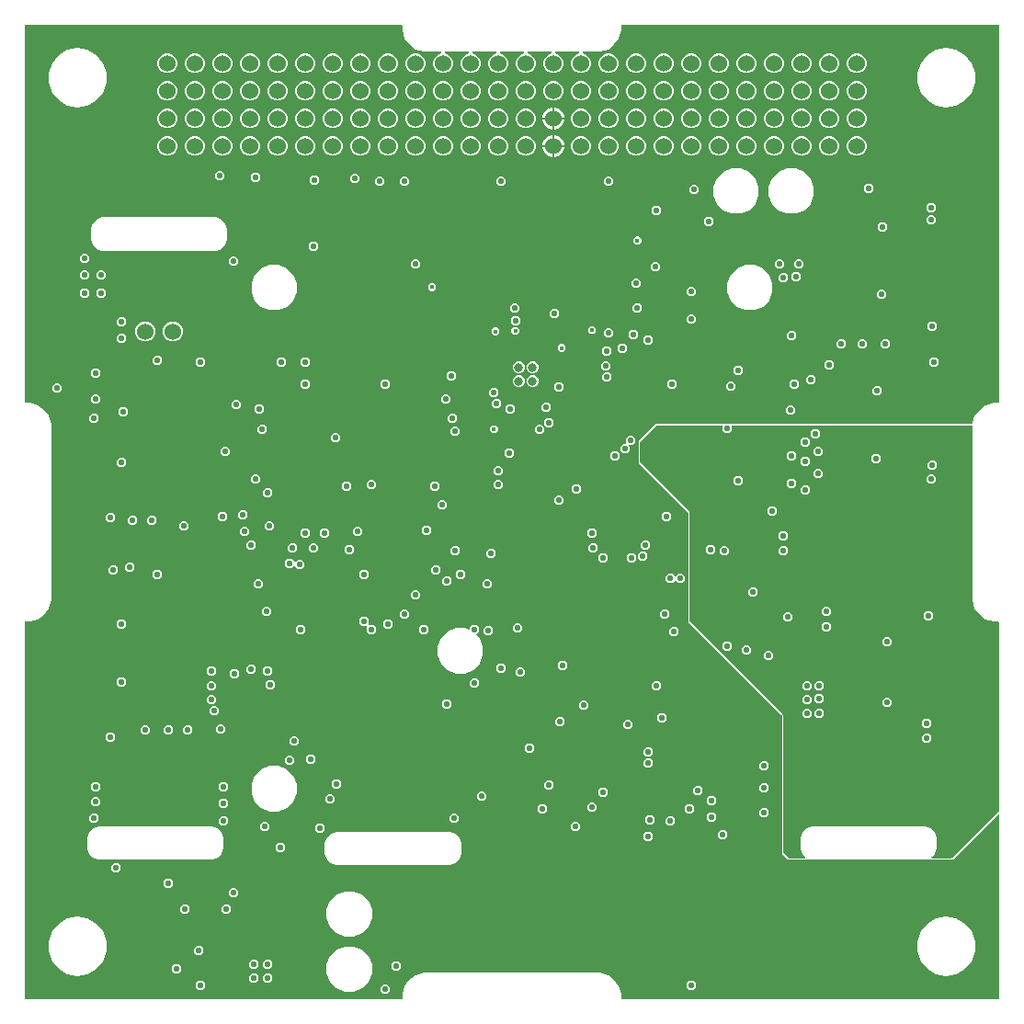
<source format=gbr>
G04 EAGLE Gerber RS-274X export*
G75*
%MOMM*%
%FSLAX34Y34*%
%LPD*%
%INCopper Layer 15*%
%IPPOS*%
%AMOC8*
5,1,8,0,0,1.08239X$1,22.5*%
G01*
G04 Define Apertures*
%ADD10C,1.524000*%
%ADD11C,0.808000*%
%ADD12C,0.550000*%
%ADD13C,0.400000*%
%ADD14C,0.900000*%
G36*
X-101803Y-449052D02*
X-102000Y-449078D01*
X-448000Y-449078D01*
X-448197Y-449052D01*
X-448355Y-449010D01*
X-448697Y-448812D01*
X-448812Y-448697D01*
X-449010Y-448355D01*
X-449052Y-448197D01*
X-449078Y-448000D01*
X-449078Y-102000D01*
X-449052Y-101803D01*
X-449010Y-101645D01*
X-448812Y-101303D01*
X-448697Y-101188D01*
X-448355Y-100990D01*
X-448197Y-100948D01*
X-448000Y-100922D01*
X-443370Y-100922D01*
X-436464Y-98678D01*
X-430590Y-94410D01*
X-426322Y-88536D01*
X-424078Y-81630D01*
X-424078Y81630D01*
X-426322Y88536D01*
X-430590Y94410D01*
X-436464Y98678D01*
X-443370Y100922D01*
X-448000Y100922D01*
X-448197Y100948D01*
X-448355Y100990D01*
X-448697Y101188D01*
X-448812Y101303D01*
X-449010Y101645D01*
X-449052Y101803D01*
X-449078Y102000D01*
X-449078Y448000D01*
X-449052Y448197D01*
X-449010Y448355D01*
X-448812Y448697D01*
X-448697Y448812D01*
X-448355Y449010D01*
X-448197Y449052D01*
X-448000Y449078D01*
X-102000Y449078D01*
X-101803Y449052D01*
X-101645Y449010D01*
X-101303Y448812D01*
X-101188Y448697D01*
X-100990Y448355D01*
X-100948Y448197D01*
X-100922Y448000D01*
X-100922Y443370D01*
X-98678Y436464D01*
X-94410Y430590D01*
X-88536Y426322D01*
X-81630Y424078D01*
X-65688Y424078D01*
X-65430Y424033D01*
X-65171Y423876D01*
X-64993Y423630D01*
X-64926Y423334D01*
X-64979Y423036D01*
X-65145Y422782D01*
X-65396Y422612D01*
X-68680Y421252D01*
X-71252Y418680D01*
X-72644Y415319D01*
X-72644Y411681D01*
X-71252Y408320D01*
X-68680Y405748D01*
X-65319Y404356D01*
X-61681Y404356D01*
X-58320Y405748D01*
X-55748Y408320D01*
X-54356Y411681D01*
X-54356Y415319D01*
X-55748Y418680D01*
X-58320Y421252D01*
X-61604Y422612D01*
X-61825Y422752D01*
X-62004Y422997D01*
X-62074Y423292D01*
X-62023Y423591D01*
X-61860Y423846D01*
X-61610Y424018D01*
X-61312Y424078D01*
X-40288Y424078D01*
X-40030Y424033D01*
X-39771Y423876D01*
X-39593Y423630D01*
X-39526Y423334D01*
X-39579Y423036D01*
X-39745Y422782D01*
X-39996Y422612D01*
X-43280Y421252D01*
X-45852Y418680D01*
X-47244Y415319D01*
X-47244Y411681D01*
X-45852Y408320D01*
X-43280Y405748D01*
X-39919Y404356D01*
X-36281Y404356D01*
X-32920Y405748D01*
X-30348Y408320D01*
X-28956Y411681D01*
X-28956Y415319D01*
X-30348Y418680D01*
X-32920Y421252D01*
X-36204Y422612D01*
X-36425Y422752D01*
X-36604Y422997D01*
X-36674Y423292D01*
X-36623Y423591D01*
X-36460Y423846D01*
X-36210Y424018D01*
X-35912Y424078D01*
X-14888Y424078D01*
X-14630Y424033D01*
X-14371Y423876D01*
X-14193Y423630D01*
X-14126Y423334D01*
X-14179Y423036D01*
X-14345Y422782D01*
X-14596Y422612D01*
X-17880Y421252D01*
X-20452Y418680D01*
X-21844Y415319D01*
X-21844Y411681D01*
X-20452Y408320D01*
X-17880Y405748D01*
X-14519Y404356D01*
X-10881Y404356D01*
X-7520Y405748D01*
X-4948Y408320D01*
X-3556Y411681D01*
X-3556Y415319D01*
X-4948Y418680D01*
X-7520Y421252D01*
X-10804Y422612D01*
X-11025Y422752D01*
X-11204Y422997D01*
X-11274Y423292D01*
X-11223Y423591D01*
X-11060Y423846D01*
X-10810Y424018D01*
X-10512Y424078D01*
X10512Y424078D01*
X10770Y424033D01*
X11029Y423876D01*
X11207Y423630D01*
X11274Y423334D01*
X11221Y423036D01*
X11055Y422782D01*
X10804Y422612D01*
X7520Y421252D01*
X4948Y418680D01*
X3556Y415319D01*
X3556Y411681D01*
X4948Y408320D01*
X7520Y405748D01*
X10881Y404356D01*
X14519Y404356D01*
X17880Y405748D01*
X20452Y408320D01*
X21844Y411681D01*
X21844Y415319D01*
X20452Y418680D01*
X17880Y421252D01*
X14596Y422612D01*
X14375Y422752D01*
X14196Y422997D01*
X14126Y423292D01*
X14177Y423591D01*
X14340Y423846D01*
X14591Y424018D01*
X14888Y424078D01*
X35912Y424078D01*
X36170Y424033D01*
X36429Y423876D01*
X36607Y423630D01*
X36674Y423334D01*
X36621Y423036D01*
X36455Y422782D01*
X36204Y422612D01*
X32920Y421252D01*
X30348Y418680D01*
X28956Y415319D01*
X28956Y411681D01*
X30348Y408320D01*
X32920Y405748D01*
X36281Y404356D01*
X39919Y404356D01*
X43280Y405748D01*
X45852Y408320D01*
X47244Y411681D01*
X47244Y415319D01*
X45852Y418680D01*
X43280Y421252D01*
X39996Y422612D01*
X39775Y422752D01*
X39596Y422997D01*
X39526Y423292D01*
X39577Y423591D01*
X39740Y423846D01*
X39991Y424018D01*
X40288Y424078D01*
X61312Y424078D01*
X61570Y424033D01*
X61829Y423876D01*
X62007Y423630D01*
X62074Y423334D01*
X62021Y423036D01*
X61855Y422782D01*
X61604Y422612D01*
X58320Y421252D01*
X55748Y418680D01*
X54356Y415319D01*
X54356Y411681D01*
X55748Y408320D01*
X58320Y405748D01*
X61681Y404356D01*
X65319Y404356D01*
X68680Y405748D01*
X71252Y408320D01*
X72644Y411681D01*
X72644Y415319D01*
X71252Y418680D01*
X68680Y421252D01*
X65396Y422612D01*
X65175Y422752D01*
X64996Y422997D01*
X64926Y423292D01*
X64977Y423591D01*
X65140Y423846D01*
X65391Y424018D01*
X65688Y424078D01*
X81630Y424078D01*
X88536Y426322D01*
X94410Y430590D01*
X98678Y436464D01*
X100922Y443370D01*
X100922Y448000D01*
X100948Y448197D01*
X100990Y448355D01*
X101188Y448697D01*
X101303Y448812D01*
X101645Y449010D01*
X101803Y449052D01*
X102000Y449078D01*
X448000Y449078D01*
X448197Y449052D01*
X448355Y449010D01*
X448697Y448812D01*
X448812Y448697D01*
X449010Y448355D01*
X449052Y448197D01*
X449078Y448000D01*
X449078Y102000D01*
X449052Y101803D01*
X449010Y101645D01*
X448812Y101303D01*
X448697Y101188D01*
X448355Y100990D01*
X448197Y100948D01*
X448000Y100922D01*
X443370Y100922D01*
X436464Y98678D01*
X430590Y94410D01*
X426322Y88536D01*
X424218Y82061D01*
X424040Y81766D01*
X423790Y81594D01*
X423493Y81534D01*
X200416Y81534D01*
X200130Y81590D01*
X199897Y81744D01*
X196343Y81744D01*
X196121Y81594D01*
X195824Y81534D01*
X133386Y81534D01*
X133067Y81504D01*
X132794Y81425D01*
X132547Y81300D01*
X132242Y81057D01*
X117058Y65873D01*
X116853Y65626D01*
X116716Y65378D01*
X116630Y65114D01*
X116586Y64727D01*
X116586Y45756D01*
X116616Y45437D01*
X116695Y45164D01*
X116820Y44917D01*
X117063Y44612D01*
X162083Y-408D01*
X162246Y-650D01*
X162306Y-947D01*
X162306Y-100294D01*
X162336Y-100613D01*
X162415Y-100886D01*
X162540Y-101133D01*
X162783Y-101438D01*
X248443Y-187098D01*
X248606Y-187340D01*
X248666Y-187637D01*
X248666Y-313654D01*
X248696Y-313973D01*
X248775Y-314246D01*
X248900Y-314493D01*
X249143Y-314798D01*
X254167Y-319822D01*
X254414Y-320027D01*
X254662Y-320164D01*
X254926Y-320250D01*
X255313Y-320294D01*
X275695Y-320294D01*
X275868Y-320328D01*
X381132Y-320328D01*
X381305Y-320294D01*
X405094Y-320294D01*
X405413Y-320264D01*
X405686Y-320185D01*
X405933Y-320060D01*
X406238Y-319817D01*
X447777Y-278278D01*
X447997Y-278125D01*
X448292Y-278055D01*
X448591Y-278106D01*
X448846Y-278270D01*
X449018Y-278520D01*
X449078Y-278817D01*
X449078Y-448000D01*
X449052Y-448197D01*
X449010Y-448355D01*
X448812Y-448697D01*
X448697Y-448812D01*
X448355Y-449010D01*
X448197Y-449052D01*
X448000Y-449078D01*
X102000Y-449078D01*
X101803Y-449052D01*
X101645Y-449010D01*
X101303Y-448812D01*
X101188Y-448697D01*
X100990Y-448355D01*
X100948Y-448197D01*
X100922Y-448000D01*
X100922Y-443370D01*
X98678Y-436464D01*
X94410Y-430590D01*
X88536Y-426322D01*
X81630Y-424078D01*
X-81630Y-424078D01*
X-88536Y-426322D01*
X-94410Y-430590D01*
X-98678Y-436464D01*
X-100922Y-443370D01*
X-100922Y-448000D01*
X-100948Y-448197D01*
X-100990Y-448355D01*
X-101188Y-448697D01*
X-101303Y-448812D01*
X-101645Y-449010D01*
X-101803Y-449052D01*
G37*
%LPC*%
G36*
X-409315Y374407D02*
X-400000Y372764D01*
X-390685Y374407D01*
X-382493Y379136D01*
X-376413Y386382D01*
X-373178Y395271D01*
X-373178Y404730D01*
X-376413Y413618D01*
X-382493Y420864D01*
X-390685Y425593D01*
X-400000Y427236D01*
X-409315Y425593D01*
X-417507Y420864D01*
X-423587Y413618D01*
X-426822Y404730D01*
X-426822Y395271D01*
X-423587Y386382D01*
X-417507Y379136D01*
X-409315Y374407D01*
G37*
G36*
X390685Y374407D02*
X400000Y372764D01*
X409315Y374407D01*
X417507Y379136D01*
X423587Y386382D01*
X426822Y395271D01*
X426822Y404730D01*
X423587Y413618D01*
X417507Y420864D01*
X409315Y425593D01*
X400000Y427236D01*
X390685Y425593D01*
X382493Y420864D01*
X376413Y413618D01*
X373178Y404730D01*
X373178Y395271D01*
X376413Y386382D01*
X382493Y379136D01*
X390685Y374407D01*
G37*
G36*
X-116119Y404356D02*
X-112481Y404356D01*
X-109120Y405748D01*
X-106548Y408320D01*
X-105156Y411681D01*
X-105156Y415319D01*
X-106548Y418680D01*
X-109120Y421252D01*
X-112481Y422644D01*
X-116119Y422644D01*
X-119480Y421252D01*
X-122052Y418680D01*
X-123444Y415319D01*
X-123444Y411681D01*
X-122052Y408320D01*
X-119480Y405748D01*
X-116119Y404356D01*
G37*
G36*
X-141519Y404356D02*
X-137881Y404356D01*
X-134520Y405748D01*
X-131948Y408320D01*
X-130556Y411681D01*
X-130556Y415319D01*
X-131948Y418680D01*
X-134520Y421252D01*
X-137881Y422644D01*
X-141519Y422644D01*
X-144880Y421252D01*
X-147452Y418680D01*
X-148844Y415319D01*
X-148844Y411681D01*
X-147452Y408320D01*
X-144880Y405748D01*
X-141519Y404356D01*
G37*
G36*
X214081Y404356D02*
X217719Y404356D01*
X221080Y405748D01*
X223652Y408320D01*
X225044Y411681D01*
X225044Y415319D01*
X223652Y418680D01*
X221080Y421252D01*
X217719Y422644D01*
X214081Y422644D01*
X210720Y421252D01*
X208148Y418680D01*
X206756Y415319D01*
X206756Y411681D01*
X208148Y408320D01*
X210720Y405748D01*
X214081Y404356D01*
G37*
G36*
X-192319Y404356D02*
X-188681Y404356D01*
X-185320Y405748D01*
X-182748Y408320D01*
X-181356Y411681D01*
X-181356Y415319D01*
X-182748Y418680D01*
X-185320Y421252D01*
X-188681Y422644D01*
X-192319Y422644D01*
X-195680Y421252D01*
X-198252Y418680D01*
X-199644Y415319D01*
X-199644Y411681D01*
X-198252Y408320D01*
X-195680Y405748D01*
X-192319Y404356D01*
G37*
G36*
X-217719Y404356D02*
X-214081Y404356D01*
X-210720Y405748D01*
X-208148Y408320D01*
X-206756Y411681D01*
X-206756Y415319D01*
X-208148Y418680D01*
X-210720Y421252D01*
X-214081Y422644D01*
X-217719Y422644D01*
X-221080Y421252D01*
X-223652Y418680D01*
X-225044Y415319D01*
X-225044Y411681D01*
X-223652Y408320D01*
X-221080Y405748D01*
X-217719Y404356D01*
G37*
G36*
X137881Y404356D02*
X141519Y404356D01*
X144880Y405748D01*
X147452Y408320D01*
X148844Y411681D01*
X148844Y415319D01*
X147452Y418680D01*
X144880Y421252D01*
X141519Y422644D01*
X137881Y422644D01*
X134520Y421252D01*
X131948Y418680D01*
X130556Y415319D01*
X130556Y411681D01*
X131948Y408320D01*
X134520Y405748D01*
X137881Y404356D01*
G37*
G36*
X-268519Y404356D02*
X-264881Y404356D01*
X-261520Y405748D01*
X-258948Y408320D01*
X-257556Y411681D01*
X-257556Y415319D01*
X-258948Y418680D01*
X-261520Y421252D01*
X-264881Y422644D01*
X-268519Y422644D01*
X-271880Y421252D01*
X-274452Y418680D01*
X-275844Y415319D01*
X-275844Y411681D01*
X-274452Y408320D01*
X-271880Y405748D01*
X-268519Y404356D01*
G37*
G36*
X-293919Y404356D02*
X-290281Y404356D01*
X-286920Y405748D01*
X-284348Y408320D01*
X-282956Y411681D01*
X-282956Y415319D01*
X-284348Y418680D01*
X-286920Y421252D01*
X-290281Y422644D01*
X-293919Y422644D01*
X-297280Y421252D01*
X-299852Y418680D01*
X-301244Y415319D01*
X-301244Y411681D01*
X-299852Y408320D01*
X-297280Y405748D01*
X-293919Y404356D01*
G37*
G36*
X-90719Y404356D02*
X-87081Y404356D01*
X-83720Y405748D01*
X-81148Y408320D01*
X-79756Y411681D01*
X-79756Y415319D01*
X-81148Y418680D01*
X-83720Y421252D01*
X-87081Y422644D01*
X-90719Y422644D01*
X-94080Y421252D01*
X-96652Y418680D01*
X-98044Y415319D01*
X-98044Y411681D01*
X-96652Y408320D01*
X-94080Y405748D01*
X-90719Y404356D01*
G37*
G36*
X315681Y404356D02*
X319319Y404356D01*
X322680Y405748D01*
X325252Y408320D01*
X326644Y411681D01*
X326644Y415319D01*
X325252Y418680D01*
X322680Y421252D01*
X319319Y422644D01*
X315681Y422644D01*
X312320Y421252D01*
X309748Y418680D01*
X308356Y415319D01*
X308356Y411681D01*
X309748Y408320D01*
X312320Y405748D01*
X315681Y404356D01*
G37*
G36*
X290281Y404356D02*
X293919Y404356D01*
X297280Y405748D01*
X299852Y408320D01*
X301244Y411681D01*
X301244Y415319D01*
X299852Y418680D01*
X297280Y421252D01*
X293919Y422644D01*
X290281Y422644D01*
X286920Y421252D01*
X284348Y418680D01*
X282956Y415319D01*
X282956Y411681D01*
X284348Y408320D01*
X286920Y405748D01*
X290281Y404356D01*
G37*
G36*
X264881Y404356D02*
X268519Y404356D01*
X271880Y405748D01*
X274452Y408320D01*
X275844Y411681D01*
X275844Y415319D01*
X274452Y418680D01*
X271880Y421252D01*
X268519Y422644D01*
X264881Y422644D01*
X261520Y421252D01*
X258948Y418680D01*
X257556Y415319D01*
X257556Y411681D01*
X258948Y408320D01*
X261520Y405748D01*
X264881Y404356D01*
G37*
G36*
X239481Y404356D02*
X243119Y404356D01*
X246480Y405748D01*
X249052Y408320D01*
X250444Y411681D01*
X250444Y415319D01*
X249052Y418680D01*
X246480Y421252D01*
X243119Y422644D01*
X239481Y422644D01*
X236120Y421252D01*
X233548Y418680D01*
X232156Y415319D01*
X232156Y411681D01*
X233548Y408320D01*
X236120Y405748D01*
X239481Y404356D01*
G37*
G36*
X-166919Y404356D02*
X-163281Y404356D01*
X-159920Y405748D01*
X-157348Y408320D01*
X-155956Y411681D01*
X-155956Y415319D01*
X-157348Y418680D01*
X-159920Y421252D01*
X-163281Y422644D01*
X-166919Y422644D01*
X-170280Y421252D01*
X-172852Y418680D01*
X-174244Y415319D01*
X-174244Y411681D01*
X-172852Y408320D01*
X-170280Y405748D01*
X-166919Y404356D01*
G37*
G36*
X188681Y404356D02*
X192319Y404356D01*
X195680Y405748D01*
X198252Y408320D01*
X199644Y411681D01*
X199644Y415319D01*
X198252Y418680D01*
X195680Y421252D01*
X192319Y422644D01*
X188681Y422644D01*
X185320Y421252D01*
X182748Y418680D01*
X181356Y415319D01*
X181356Y411681D01*
X182748Y408320D01*
X185320Y405748D01*
X188681Y404356D01*
G37*
G36*
X163281Y404356D02*
X166919Y404356D01*
X170280Y405748D01*
X172852Y408320D01*
X174244Y411681D01*
X174244Y415319D01*
X172852Y418680D01*
X170280Y421252D01*
X166919Y422644D01*
X163281Y422644D01*
X159920Y421252D01*
X157348Y418680D01*
X155956Y415319D01*
X155956Y411681D01*
X157348Y408320D01*
X159920Y405748D01*
X163281Y404356D01*
G37*
G36*
X-243119Y404356D02*
X-239481Y404356D01*
X-236120Y405748D01*
X-233548Y408320D01*
X-232156Y411681D01*
X-232156Y415319D01*
X-233548Y418680D01*
X-236120Y421252D01*
X-239481Y422644D01*
X-243119Y422644D01*
X-246480Y421252D01*
X-249052Y418680D01*
X-250444Y415319D01*
X-250444Y411681D01*
X-249052Y408320D01*
X-246480Y405748D01*
X-243119Y404356D01*
G37*
G36*
X112481Y404356D02*
X116119Y404356D01*
X119480Y405748D01*
X122052Y408320D01*
X123444Y411681D01*
X123444Y415319D01*
X122052Y418680D01*
X119480Y421252D01*
X116119Y422644D01*
X112481Y422644D01*
X109120Y421252D01*
X106548Y418680D01*
X105156Y415319D01*
X105156Y411681D01*
X106548Y408320D01*
X109120Y405748D01*
X112481Y404356D01*
G37*
G36*
X87081Y404356D02*
X90719Y404356D01*
X94080Y405748D01*
X96652Y408320D01*
X98044Y411681D01*
X98044Y415319D01*
X96652Y418680D01*
X94080Y421252D01*
X90719Y422644D01*
X87081Y422644D01*
X83720Y421252D01*
X81148Y418680D01*
X79756Y415319D01*
X79756Y411681D01*
X81148Y408320D01*
X83720Y405748D01*
X87081Y404356D01*
G37*
G36*
X-319319Y404356D02*
X-315681Y404356D01*
X-312320Y405748D01*
X-309748Y408320D01*
X-308356Y411681D01*
X-308356Y415319D01*
X-309748Y418680D01*
X-312320Y421252D01*
X-315681Y422644D01*
X-319319Y422644D01*
X-322680Y421252D01*
X-325252Y418680D01*
X-326644Y415319D01*
X-326644Y411681D01*
X-325252Y408320D01*
X-322680Y405748D01*
X-319319Y404356D01*
G37*
G36*
X-217719Y378956D02*
X-214081Y378956D01*
X-210720Y380348D01*
X-208148Y382920D01*
X-206756Y386281D01*
X-206756Y389919D01*
X-208148Y393280D01*
X-210720Y395852D01*
X-214081Y397244D01*
X-217719Y397244D01*
X-221080Y395852D01*
X-223652Y393280D01*
X-225044Y389919D01*
X-225044Y386281D01*
X-223652Y382920D01*
X-221080Y380348D01*
X-217719Y378956D01*
G37*
G36*
X-243119Y378956D02*
X-239481Y378956D01*
X-236120Y380348D01*
X-233548Y382920D01*
X-232156Y386281D01*
X-232156Y389919D01*
X-233548Y393280D01*
X-236120Y395852D01*
X-239481Y397244D01*
X-243119Y397244D01*
X-246480Y395852D01*
X-249052Y393280D01*
X-250444Y389919D01*
X-250444Y386281D01*
X-249052Y382920D01*
X-246480Y380348D01*
X-243119Y378956D01*
G37*
G36*
X87081Y378956D02*
X90719Y378956D01*
X94080Y380348D01*
X96652Y382920D01*
X98044Y386281D01*
X98044Y389919D01*
X96652Y393280D01*
X94080Y395852D01*
X90719Y397244D01*
X87081Y397244D01*
X83720Y395852D01*
X81148Y393280D01*
X79756Y389919D01*
X79756Y386281D01*
X81148Y382920D01*
X83720Y380348D01*
X87081Y378956D01*
G37*
G36*
X-268519Y378956D02*
X-264881Y378956D01*
X-261520Y380348D01*
X-258948Y382920D01*
X-257556Y386281D01*
X-257556Y389919D01*
X-258948Y393280D01*
X-261520Y395852D01*
X-264881Y397244D01*
X-268519Y397244D01*
X-271880Y395852D01*
X-274452Y393280D01*
X-275844Y389919D01*
X-275844Y386281D01*
X-274452Y382920D01*
X-271880Y380348D01*
X-268519Y378956D01*
G37*
G36*
X61681Y378956D02*
X65319Y378956D01*
X68680Y380348D01*
X71252Y382920D01*
X72644Y386281D01*
X72644Y389919D01*
X71252Y393280D01*
X68680Y395852D01*
X65319Y397244D01*
X61681Y397244D01*
X58320Y395852D01*
X55748Y393280D01*
X54356Y389919D01*
X54356Y386281D01*
X55748Y382920D01*
X58320Y380348D01*
X61681Y378956D01*
G37*
G36*
X-293919Y378956D02*
X-290281Y378956D01*
X-286920Y380348D01*
X-284348Y382920D01*
X-282956Y386281D01*
X-282956Y389919D01*
X-284348Y393280D01*
X-286920Y395852D01*
X-290281Y397244D01*
X-293919Y397244D01*
X-297280Y395852D01*
X-299852Y393280D01*
X-301244Y389919D01*
X-301244Y386281D01*
X-299852Y382920D01*
X-297280Y380348D01*
X-293919Y378956D01*
G37*
G36*
X-319319Y378956D02*
X-315681Y378956D01*
X-312320Y380348D01*
X-309748Y382920D01*
X-308356Y386281D01*
X-308356Y389919D01*
X-309748Y393280D01*
X-312320Y395852D01*
X-315681Y397244D01*
X-319319Y397244D01*
X-322680Y395852D01*
X-325252Y393280D01*
X-326644Y389919D01*
X-326644Y386281D01*
X-325252Y382920D01*
X-322680Y380348D01*
X-319319Y378956D01*
G37*
G36*
X-14519Y378956D02*
X-10881Y378956D01*
X-7520Y380348D01*
X-4948Y382920D01*
X-3556Y386281D01*
X-3556Y389919D01*
X-4948Y393280D01*
X-7520Y395852D01*
X-10881Y397244D01*
X-14519Y397244D01*
X-17880Y395852D01*
X-20452Y393280D01*
X-21844Y389919D01*
X-21844Y386281D01*
X-20452Y382920D01*
X-17880Y380348D01*
X-14519Y378956D01*
G37*
G36*
X315681Y378956D02*
X319319Y378956D01*
X322680Y380348D01*
X325252Y382920D01*
X326644Y386281D01*
X326644Y389919D01*
X325252Y393280D01*
X322680Y395852D01*
X319319Y397244D01*
X315681Y397244D01*
X312320Y395852D01*
X309748Y393280D01*
X308356Y389919D01*
X308356Y386281D01*
X309748Y382920D01*
X312320Y380348D01*
X315681Y378956D01*
G37*
G36*
X290281Y378956D02*
X293919Y378956D01*
X297280Y380348D01*
X299852Y382920D01*
X301244Y386281D01*
X301244Y389919D01*
X299852Y393280D01*
X297280Y395852D01*
X293919Y397244D01*
X290281Y397244D01*
X286920Y395852D01*
X284348Y393280D01*
X282956Y389919D01*
X282956Y386281D01*
X284348Y382920D01*
X286920Y380348D01*
X290281Y378956D01*
G37*
G36*
X264881Y378956D02*
X268519Y378956D01*
X271880Y380348D01*
X274452Y382920D01*
X275844Y386281D01*
X275844Y389919D01*
X274452Y393280D01*
X271880Y395852D01*
X268519Y397244D01*
X264881Y397244D01*
X261520Y395852D01*
X258948Y393280D01*
X257556Y389919D01*
X257556Y386281D01*
X258948Y382920D01*
X261520Y380348D01*
X264881Y378956D01*
G37*
G36*
X239481Y378956D02*
X243119Y378956D01*
X246480Y380348D01*
X249052Y382920D01*
X250444Y386281D01*
X250444Y389919D01*
X249052Y393280D01*
X246480Y395852D01*
X243119Y397244D01*
X239481Y397244D01*
X236120Y395852D01*
X233548Y393280D01*
X232156Y389919D01*
X232156Y386281D01*
X233548Y382920D01*
X236120Y380348D01*
X239481Y378956D01*
G37*
G36*
X214081Y378956D02*
X217719Y378956D01*
X221080Y380348D01*
X223652Y382920D01*
X225044Y386281D01*
X225044Y389919D01*
X223652Y393280D01*
X221080Y395852D01*
X217719Y397244D01*
X214081Y397244D01*
X210720Y395852D01*
X208148Y393280D01*
X206756Y389919D01*
X206756Y386281D01*
X208148Y382920D01*
X210720Y380348D01*
X214081Y378956D01*
G37*
G36*
X188681Y378956D02*
X192319Y378956D01*
X195680Y380348D01*
X198252Y382920D01*
X199644Y386281D01*
X199644Y389919D01*
X198252Y393280D01*
X195680Y395852D01*
X192319Y397244D01*
X188681Y397244D01*
X185320Y395852D01*
X182748Y393280D01*
X181356Y389919D01*
X181356Y386281D01*
X182748Y382920D01*
X185320Y380348D01*
X188681Y378956D01*
G37*
G36*
X163281Y378956D02*
X166919Y378956D01*
X170280Y380348D01*
X172852Y382920D01*
X174244Y386281D01*
X174244Y389919D01*
X172852Y393280D01*
X170280Y395852D01*
X166919Y397244D01*
X163281Y397244D01*
X159920Y395852D01*
X157348Y393280D01*
X155956Y389919D01*
X155956Y386281D01*
X157348Y382920D01*
X159920Y380348D01*
X163281Y378956D01*
G37*
G36*
X137881Y378956D02*
X141519Y378956D01*
X144880Y380348D01*
X147452Y382920D01*
X148844Y386281D01*
X148844Y389919D01*
X147452Y393280D01*
X144880Y395852D01*
X141519Y397244D01*
X137881Y397244D01*
X134520Y395852D01*
X131948Y393280D01*
X130556Y389919D01*
X130556Y386281D01*
X131948Y382920D01*
X134520Y380348D01*
X137881Y378956D01*
G37*
G36*
X112481Y378956D02*
X116119Y378956D01*
X119480Y380348D01*
X122052Y382920D01*
X123444Y386281D01*
X123444Y389919D01*
X122052Y393280D01*
X119480Y395852D01*
X116119Y397244D01*
X112481Y397244D01*
X109120Y395852D01*
X106548Y393280D01*
X105156Y389919D01*
X105156Y386281D01*
X106548Y382920D01*
X109120Y380348D01*
X112481Y378956D01*
G37*
G36*
X36281Y378956D02*
X39919Y378956D01*
X43280Y380348D01*
X45852Y382920D01*
X47244Y386281D01*
X47244Y389919D01*
X45852Y393280D01*
X43280Y395852D01*
X39919Y397244D01*
X36281Y397244D01*
X32920Y395852D01*
X30348Y393280D01*
X28956Y389919D01*
X28956Y386281D01*
X30348Y382920D01*
X32920Y380348D01*
X36281Y378956D01*
G37*
G36*
X10881Y378956D02*
X14519Y378956D01*
X17880Y380348D01*
X20452Y382920D01*
X21844Y386281D01*
X21844Y389919D01*
X20452Y393280D01*
X17880Y395852D01*
X14519Y397244D01*
X10881Y397244D01*
X7520Y395852D01*
X4948Y393280D01*
X3556Y389919D01*
X3556Y386281D01*
X4948Y382920D01*
X7520Y380348D01*
X10881Y378956D01*
G37*
G36*
X-39919Y378956D02*
X-36281Y378956D01*
X-32920Y380348D01*
X-30348Y382920D01*
X-28956Y386281D01*
X-28956Y389919D01*
X-30348Y393280D01*
X-32920Y395852D01*
X-36281Y397244D01*
X-39919Y397244D01*
X-43280Y395852D01*
X-45852Y393280D01*
X-47244Y389919D01*
X-47244Y386281D01*
X-45852Y382920D01*
X-43280Y380348D01*
X-39919Y378956D01*
G37*
G36*
X-65319Y378956D02*
X-61681Y378956D01*
X-58320Y380348D01*
X-55748Y382920D01*
X-54356Y386281D01*
X-54356Y389919D01*
X-55748Y393280D01*
X-58320Y395852D01*
X-61681Y397244D01*
X-65319Y397244D01*
X-68680Y395852D01*
X-71252Y393280D01*
X-72644Y389919D01*
X-72644Y386281D01*
X-71252Y382920D01*
X-68680Y380348D01*
X-65319Y378956D01*
G37*
G36*
X-90719Y378956D02*
X-87081Y378956D01*
X-83720Y380348D01*
X-81148Y382920D01*
X-79756Y386281D01*
X-79756Y389919D01*
X-81148Y393280D01*
X-83720Y395852D01*
X-87081Y397244D01*
X-90719Y397244D01*
X-94080Y395852D01*
X-96652Y393280D01*
X-98044Y389919D01*
X-98044Y386281D01*
X-96652Y382920D01*
X-94080Y380348D01*
X-90719Y378956D01*
G37*
G36*
X-116119Y378956D02*
X-112481Y378956D01*
X-109120Y380348D01*
X-106548Y382920D01*
X-105156Y386281D01*
X-105156Y389919D01*
X-106548Y393280D01*
X-109120Y395852D01*
X-112481Y397244D01*
X-116119Y397244D01*
X-119480Y395852D01*
X-122052Y393280D01*
X-123444Y389919D01*
X-123444Y386281D01*
X-122052Y382920D01*
X-119480Y380348D01*
X-116119Y378956D01*
G37*
G36*
X-141519Y378956D02*
X-137881Y378956D01*
X-134520Y380348D01*
X-131948Y382920D01*
X-130556Y386281D01*
X-130556Y389919D01*
X-131948Y393280D01*
X-134520Y395852D01*
X-137881Y397244D01*
X-141519Y397244D01*
X-144880Y395852D01*
X-147452Y393280D01*
X-148844Y389919D01*
X-148844Y386281D01*
X-147452Y382920D01*
X-144880Y380348D01*
X-141519Y378956D01*
G37*
G36*
X-166919Y378956D02*
X-163281Y378956D01*
X-159920Y380348D01*
X-157348Y382920D01*
X-155956Y386281D01*
X-155956Y389919D01*
X-157348Y393280D01*
X-159920Y395852D01*
X-163281Y397244D01*
X-166919Y397244D01*
X-170280Y395852D01*
X-172852Y393280D01*
X-174244Y389919D01*
X-174244Y386281D01*
X-172852Y382920D01*
X-170280Y380348D01*
X-166919Y378956D01*
G37*
G36*
X-192319Y378956D02*
X-188681Y378956D01*
X-185320Y380348D01*
X-182748Y382920D01*
X-181356Y386281D01*
X-181356Y389919D01*
X-182748Y393280D01*
X-185320Y395852D01*
X-188681Y397244D01*
X-192319Y397244D01*
X-195680Y395852D01*
X-198252Y393280D01*
X-199644Y389919D01*
X-199644Y386281D01*
X-198252Y382920D01*
X-195680Y380348D01*
X-192319Y378956D01*
G37*
G36*
X27940Y363462D02*
X37338Y363462D01*
X37338Y372860D01*
X36079Y372860D01*
X32345Y371313D01*
X29487Y368455D01*
X27940Y364721D01*
X27940Y363462D01*
G37*
G36*
X38862Y363462D02*
X48260Y363462D01*
X48260Y364721D01*
X46713Y368455D01*
X43855Y371313D01*
X40121Y372860D01*
X38862Y372860D01*
X38862Y363462D01*
G37*
G36*
X-243119Y353556D02*
X-239481Y353556D01*
X-236120Y354948D01*
X-233548Y357520D01*
X-232156Y360881D01*
X-232156Y364519D01*
X-233548Y367880D01*
X-236120Y370452D01*
X-239481Y371844D01*
X-243119Y371844D01*
X-246480Y370452D01*
X-249052Y367880D01*
X-250444Y364519D01*
X-250444Y360881D01*
X-249052Y357520D01*
X-246480Y354948D01*
X-243119Y353556D01*
G37*
G36*
X-268519Y353556D02*
X-264881Y353556D01*
X-261520Y354948D01*
X-258948Y357520D01*
X-257556Y360881D01*
X-257556Y364519D01*
X-258948Y367880D01*
X-261520Y370452D01*
X-264881Y371844D01*
X-268519Y371844D01*
X-271880Y370452D01*
X-274452Y367880D01*
X-275844Y364519D01*
X-275844Y360881D01*
X-274452Y357520D01*
X-271880Y354948D01*
X-268519Y353556D01*
G37*
G36*
X137881Y353556D02*
X141519Y353556D01*
X144880Y354948D01*
X147452Y357520D01*
X148844Y360881D01*
X148844Y364519D01*
X147452Y367880D01*
X144880Y370452D01*
X141519Y371844D01*
X137881Y371844D01*
X134520Y370452D01*
X131948Y367880D01*
X130556Y364519D01*
X130556Y360881D01*
X131948Y357520D01*
X134520Y354948D01*
X137881Y353556D01*
G37*
G36*
X-293919Y353556D02*
X-290281Y353556D01*
X-286920Y354948D01*
X-284348Y357520D01*
X-282956Y360881D01*
X-282956Y364519D01*
X-284348Y367880D01*
X-286920Y370452D01*
X-290281Y371844D01*
X-293919Y371844D01*
X-297280Y370452D01*
X-299852Y367880D01*
X-301244Y364519D01*
X-301244Y360881D01*
X-299852Y357520D01*
X-297280Y354948D01*
X-293919Y353556D01*
G37*
G36*
X-319319Y353556D02*
X-315681Y353556D01*
X-312320Y354948D01*
X-309748Y357520D01*
X-308356Y360881D01*
X-308356Y364519D01*
X-309748Y367880D01*
X-312320Y370452D01*
X-315681Y371844D01*
X-319319Y371844D01*
X-322680Y370452D01*
X-325252Y367880D01*
X-326644Y364519D01*
X-326644Y360881D01*
X-325252Y357520D01*
X-322680Y354948D01*
X-319319Y353556D01*
G37*
G36*
X315681Y353556D02*
X319319Y353556D01*
X322680Y354948D01*
X325252Y357520D01*
X326644Y360881D01*
X326644Y364519D01*
X325252Y367880D01*
X322680Y370452D01*
X319319Y371844D01*
X315681Y371844D01*
X312320Y370452D01*
X309748Y367880D01*
X308356Y364519D01*
X308356Y360881D01*
X309748Y357520D01*
X312320Y354948D01*
X315681Y353556D01*
G37*
G36*
X290281Y353556D02*
X293919Y353556D01*
X297280Y354948D01*
X299852Y357520D01*
X301244Y360881D01*
X301244Y364519D01*
X299852Y367880D01*
X297280Y370452D01*
X293919Y371844D01*
X290281Y371844D01*
X286920Y370452D01*
X284348Y367880D01*
X282956Y364519D01*
X282956Y360881D01*
X284348Y357520D01*
X286920Y354948D01*
X290281Y353556D01*
G37*
G36*
X264881Y353556D02*
X268519Y353556D01*
X271880Y354948D01*
X274452Y357520D01*
X275844Y360881D01*
X275844Y364519D01*
X274452Y367880D01*
X271880Y370452D01*
X268519Y371844D01*
X264881Y371844D01*
X261520Y370452D01*
X258948Y367880D01*
X257556Y364519D01*
X257556Y360881D01*
X258948Y357520D01*
X261520Y354948D01*
X264881Y353556D01*
G37*
G36*
X239481Y353556D02*
X243119Y353556D01*
X246480Y354948D01*
X249052Y357520D01*
X250444Y360881D01*
X250444Y364519D01*
X249052Y367880D01*
X246480Y370452D01*
X243119Y371844D01*
X239481Y371844D01*
X236120Y370452D01*
X233548Y367880D01*
X232156Y364519D01*
X232156Y360881D01*
X233548Y357520D01*
X236120Y354948D01*
X239481Y353556D01*
G37*
G36*
X214081Y353556D02*
X217719Y353556D01*
X221080Y354948D01*
X223652Y357520D01*
X225044Y360881D01*
X225044Y364519D01*
X223652Y367880D01*
X221080Y370452D01*
X217719Y371844D01*
X214081Y371844D01*
X210720Y370452D01*
X208148Y367880D01*
X206756Y364519D01*
X206756Y360881D01*
X208148Y357520D01*
X210720Y354948D01*
X214081Y353556D01*
G37*
G36*
X188681Y353556D02*
X192319Y353556D01*
X195680Y354948D01*
X198252Y357520D01*
X199644Y360881D01*
X199644Y364519D01*
X198252Y367880D01*
X195680Y370452D01*
X192319Y371844D01*
X188681Y371844D01*
X185320Y370452D01*
X182748Y367880D01*
X181356Y364519D01*
X181356Y360881D01*
X182748Y357520D01*
X185320Y354948D01*
X188681Y353556D01*
G37*
G36*
X163281Y353556D02*
X166919Y353556D01*
X170280Y354948D01*
X172852Y357520D01*
X174244Y360881D01*
X174244Y364519D01*
X172852Y367880D01*
X170280Y370452D01*
X166919Y371844D01*
X163281Y371844D01*
X159920Y370452D01*
X157348Y367880D01*
X155956Y364519D01*
X155956Y360881D01*
X157348Y357520D01*
X159920Y354948D01*
X163281Y353556D01*
G37*
G36*
X112481Y353556D02*
X116119Y353556D01*
X119480Y354948D01*
X122052Y357520D01*
X123444Y360881D01*
X123444Y364519D01*
X122052Y367880D01*
X119480Y370452D01*
X116119Y371844D01*
X112481Y371844D01*
X109120Y370452D01*
X106548Y367880D01*
X105156Y364519D01*
X105156Y360881D01*
X106548Y357520D01*
X109120Y354948D01*
X112481Y353556D01*
G37*
G36*
X87081Y353556D02*
X90719Y353556D01*
X94080Y354948D01*
X96652Y357520D01*
X98044Y360881D01*
X98044Y364519D01*
X96652Y367880D01*
X94080Y370452D01*
X90719Y371844D01*
X87081Y371844D01*
X83720Y370452D01*
X81148Y367880D01*
X79756Y364519D01*
X79756Y360881D01*
X81148Y357520D01*
X83720Y354948D01*
X87081Y353556D01*
G37*
G36*
X61681Y353556D02*
X65319Y353556D01*
X68680Y354948D01*
X71252Y357520D01*
X72644Y360881D01*
X72644Y364519D01*
X71252Y367880D01*
X68680Y370452D01*
X65319Y371844D01*
X61681Y371844D01*
X58320Y370452D01*
X55748Y367880D01*
X54356Y364519D01*
X54356Y360881D01*
X55748Y357520D01*
X58320Y354948D01*
X61681Y353556D01*
G37*
G36*
X10881Y353556D02*
X14519Y353556D01*
X17880Y354948D01*
X20452Y357520D01*
X21844Y360881D01*
X21844Y364519D01*
X20452Y367880D01*
X17880Y370452D01*
X14519Y371844D01*
X10881Y371844D01*
X7520Y370452D01*
X4948Y367880D01*
X3556Y364519D01*
X3556Y360881D01*
X4948Y357520D01*
X7520Y354948D01*
X10881Y353556D01*
G37*
G36*
X-14519Y353556D02*
X-10881Y353556D01*
X-7520Y354948D01*
X-4948Y357520D01*
X-3556Y360881D01*
X-3556Y364519D01*
X-4948Y367880D01*
X-7520Y370452D01*
X-10881Y371844D01*
X-14519Y371844D01*
X-17880Y370452D01*
X-20452Y367880D01*
X-21844Y364519D01*
X-21844Y360881D01*
X-20452Y357520D01*
X-17880Y354948D01*
X-14519Y353556D01*
G37*
G36*
X-39919Y353556D02*
X-36281Y353556D01*
X-32920Y354948D01*
X-30348Y357520D01*
X-28956Y360881D01*
X-28956Y364519D01*
X-30348Y367880D01*
X-32920Y370452D01*
X-36281Y371844D01*
X-39919Y371844D01*
X-43280Y370452D01*
X-45852Y367880D01*
X-47244Y364519D01*
X-47244Y360881D01*
X-45852Y357520D01*
X-43280Y354948D01*
X-39919Y353556D01*
G37*
G36*
X-65319Y353556D02*
X-61681Y353556D01*
X-58320Y354948D01*
X-55748Y357520D01*
X-54356Y360881D01*
X-54356Y364519D01*
X-55748Y367880D01*
X-58320Y370452D01*
X-61681Y371844D01*
X-65319Y371844D01*
X-68680Y370452D01*
X-71252Y367880D01*
X-72644Y364519D01*
X-72644Y360881D01*
X-71252Y357520D01*
X-68680Y354948D01*
X-65319Y353556D01*
G37*
G36*
X-90719Y353556D02*
X-87081Y353556D01*
X-83720Y354948D01*
X-81148Y357520D01*
X-79756Y360881D01*
X-79756Y364519D01*
X-81148Y367880D01*
X-83720Y370452D01*
X-87081Y371844D01*
X-90719Y371844D01*
X-94080Y370452D01*
X-96652Y367880D01*
X-98044Y364519D01*
X-98044Y360881D01*
X-96652Y357520D01*
X-94080Y354948D01*
X-90719Y353556D01*
G37*
G36*
X-116119Y353556D02*
X-112481Y353556D01*
X-109120Y354948D01*
X-106548Y357520D01*
X-105156Y360881D01*
X-105156Y364519D01*
X-106548Y367880D01*
X-109120Y370452D01*
X-112481Y371844D01*
X-116119Y371844D01*
X-119480Y370452D01*
X-122052Y367880D01*
X-123444Y364519D01*
X-123444Y360881D01*
X-122052Y357520D01*
X-119480Y354948D01*
X-116119Y353556D01*
G37*
G36*
X-141519Y353556D02*
X-137881Y353556D01*
X-134520Y354948D01*
X-131948Y357520D01*
X-130556Y360881D01*
X-130556Y364519D01*
X-131948Y367880D01*
X-134520Y370452D01*
X-137881Y371844D01*
X-141519Y371844D01*
X-144880Y370452D01*
X-147452Y367880D01*
X-148844Y364519D01*
X-148844Y360881D01*
X-147452Y357520D01*
X-144880Y354948D01*
X-141519Y353556D01*
G37*
G36*
X-166919Y353556D02*
X-163281Y353556D01*
X-159920Y354948D01*
X-157348Y357520D01*
X-155956Y360881D01*
X-155956Y364519D01*
X-157348Y367880D01*
X-159920Y370452D01*
X-163281Y371844D01*
X-166919Y371844D01*
X-170280Y370452D01*
X-172852Y367880D01*
X-174244Y364519D01*
X-174244Y360881D01*
X-172852Y357520D01*
X-170280Y354948D01*
X-166919Y353556D01*
G37*
G36*
X-192319Y353556D02*
X-188681Y353556D01*
X-185320Y354948D01*
X-182748Y357520D01*
X-181356Y360881D01*
X-181356Y364519D01*
X-182748Y367880D01*
X-185320Y370452D01*
X-188681Y371844D01*
X-192319Y371844D01*
X-195680Y370452D01*
X-198252Y367880D01*
X-199644Y364519D01*
X-199644Y360881D01*
X-198252Y357520D01*
X-195680Y354948D01*
X-192319Y353556D01*
G37*
G36*
X-217719Y353556D02*
X-214081Y353556D01*
X-210720Y354948D01*
X-208148Y357520D01*
X-206756Y360881D01*
X-206756Y364519D01*
X-208148Y367880D01*
X-210720Y370452D01*
X-214081Y371844D01*
X-217719Y371844D01*
X-221080Y370452D01*
X-223652Y367880D01*
X-225044Y364519D01*
X-225044Y360881D01*
X-223652Y357520D01*
X-221080Y354948D01*
X-217719Y353556D01*
G37*
G36*
X36079Y352540D02*
X37338Y352540D01*
X37338Y361938D01*
X27940Y361938D01*
X27940Y360679D01*
X29487Y356945D01*
X32345Y354087D01*
X36079Y352540D01*
G37*
G36*
X38862Y352540D02*
X40121Y352540D01*
X43855Y354087D01*
X46713Y356945D01*
X48260Y360679D01*
X48260Y361938D01*
X38862Y361938D01*
X38862Y352540D01*
G37*
G36*
X27940Y338062D02*
X37338Y338062D01*
X37338Y347460D01*
X36079Y347460D01*
X32345Y345913D01*
X29487Y343055D01*
X27940Y339321D01*
X27940Y338062D01*
G37*
G36*
X38862Y338062D02*
X48260Y338062D01*
X48260Y339321D01*
X46713Y343055D01*
X43855Y345913D01*
X40121Y347460D01*
X38862Y347460D01*
X38862Y338062D01*
G37*
G36*
X-243119Y328156D02*
X-239481Y328156D01*
X-236120Y329548D01*
X-233548Y332120D01*
X-232156Y335481D01*
X-232156Y339119D01*
X-233548Y342480D01*
X-236120Y345052D01*
X-239481Y346444D01*
X-243119Y346444D01*
X-246480Y345052D01*
X-249052Y342480D01*
X-250444Y339119D01*
X-250444Y335481D01*
X-249052Y332120D01*
X-246480Y329548D01*
X-243119Y328156D01*
G37*
G36*
X-268519Y328156D02*
X-264881Y328156D01*
X-261520Y329548D01*
X-258948Y332120D01*
X-257556Y335481D01*
X-257556Y339119D01*
X-258948Y342480D01*
X-261520Y345052D01*
X-264881Y346444D01*
X-268519Y346444D01*
X-271880Y345052D01*
X-274452Y342480D01*
X-275844Y339119D01*
X-275844Y335481D01*
X-274452Y332120D01*
X-271880Y329548D01*
X-268519Y328156D01*
G37*
G36*
X-319319Y328156D02*
X-315681Y328156D01*
X-312320Y329548D01*
X-309748Y332120D01*
X-308356Y335481D01*
X-308356Y339119D01*
X-309748Y342480D01*
X-312320Y345052D01*
X-315681Y346444D01*
X-319319Y346444D01*
X-322680Y345052D01*
X-325252Y342480D01*
X-326644Y339119D01*
X-326644Y335481D01*
X-325252Y332120D01*
X-322680Y329548D01*
X-319319Y328156D01*
G37*
G36*
X137881Y328156D02*
X141519Y328156D01*
X144880Y329548D01*
X147452Y332120D01*
X148844Y335481D01*
X148844Y339119D01*
X147452Y342480D01*
X144880Y345052D01*
X141519Y346444D01*
X137881Y346444D01*
X134520Y345052D01*
X131948Y342480D01*
X130556Y339119D01*
X130556Y335481D01*
X131948Y332120D01*
X134520Y329548D01*
X137881Y328156D01*
G37*
G36*
X264881Y328156D02*
X268519Y328156D01*
X271880Y329548D01*
X274452Y332120D01*
X275844Y335481D01*
X275844Y339119D01*
X274452Y342480D01*
X271880Y345052D01*
X268519Y346444D01*
X264881Y346444D01*
X261520Y345052D01*
X258948Y342480D01*
X257556Y339119D01*
X257556Y335481D01*
X258948Y332120D01*
X261520Y329548D01*
X264881Y328156D01*
G37*
G36*
X-293919Y328156D02*
X-290281Y328156D01*
X-286920Y329548D01*
X-284348Y332120D01*
X-282956Y335481D01*
X-282956Y339119D01*
X-284348Y342480D01*
X-286920Y345052D01*
X-290281Y346444D01*
X-293919Y346444D01*
X-297280Y345052D01*
X-299852Y342480D01*
X-301244Y339119D01*
X-301244Y335481D01*
X-299852Y332120D01*
X-297280Y329548D01*
X-293919Y328156D01*
G37*
G36*
X188681Y328156D02*
X192319Y328156D01*
X195680Y329548D01*
X198252Y332120D01*
X199644Y335481D01*
X199644Y339119D01*
X198252Y342480D01*
X195680Y345052D01*
X192319Y346444D01*
X188681Y346444D01*
X185320Y345052D01*
X182748Y342480D01*
X181356Y339119D01*
X181356Y335481D01*
X182748Y332120D01*
X185320Y329548D01*
X188681Y328156D01*
G37*
G36*
X315681Y328156D02*
X319319Y328156D01*
X322680Y329548D01*
X325252Y332120D01*
X326644Y335481D01*
X326644Y339119D01*
X325252Y342480D01*
X322680Y345052D01*
X319319Y346444D01*
X315681Y346444D01*
X312320Y345052D01*
X309748Y342480D01*
X308356Y339119D01*
X308356Y335481D01*
X309748Y332120D01*
X312320Y329548D01*
X315681Y328156D01*
G37*
G36*
X290281Y328156D02*
X293919Y328156D01*
X297280Y329548D01*
X299852Y332120D01*
X301244Y335481D01*
X301244Y339119D01*
X299852Y342480D01*
X297280Y345052D01*
X293919Y346444D01*
X290281Y346444D01*
X286920Y345052D01*
X284348Y342480D01*
X282956Y339119D01*
X282956Y335481D01*
X284348Y332120D01*
X286920Y329548D01*
X290281Y328156D01*
G37*
G36*
X239481Y328156D02*
X243119Y328156D01*
X246480Y329548D01*
X249052Y332120D01*
X250444Y335481D01*
X250444Y339119D01*
X249052Y342480D01*
X246480Y345052D01*
X243119Y346444D01*
X239481Y346444D01*
X236120Y345052D01*
X233548Y342480D01*
X232156Y339119D01*
X232156Y335481D01*
X233548Y332120D01*
X236120Y329548D01*
X239481Y328156D01*
G37*
G36*
X214081Y328156D02*
X217719Y328156D01*
X221080Y329548D01*
X223652Y332120D01*
X225044Y335481D01*
X225044Y339119D01*
X223652Y342480D01*
X221080Y345052D01*
X217719Y346444D01*
X214081Y346444D01*
X210720Y345052D01*
X208148Y342480D01*
X206756Y339119D01*
X206756Y335481D01*
X208148Y332120D01*
X210720Y329548D01*
X214081Y328156D01*
G37*
G36*
X163281Y328156D02*
X166919Y328156D01*
X170280Y329548D01*
X172852Y332120D01*
X174244Y335481D01*
X174244Y339119D01*
X172852Y342480D01*
X170280Y345052D01*
X166919Y346444D01*
X163281Y346444D01*
X159920Y345052D01*
X157348Y342480D01*
X155956Y339119D01*
X155956Y335481D01*
X157348Y332120D01*
X159920Y329548D01*
X163281Y328156D01*
G37*
G36*
X-192319Y328156D02*
X-188681Y328156D01*
X-185320Y329548D01*
X-182748Y332120D01*
X-181356Y335481D01*
X-181356Y339119D01*
X-182748Y342480D01*
X-185320Y345052D01*
X-188681Y346444D01*
X-192319Y346444D01*
X-195680Y345052D01*
X-198252Y342480D01*
X-199644Y339119D01*
X-199644Y335481D01*
X-198252Y332120D01*
X-195680Y329548D01*
X-192319Y328156D01*
G37*
G36*
X112481Y328156D02*
X116119Y328156D01*
X119480Y329548D01*
X122052Y332120D01*
X123444Y335481D01*
X123444Y339119D01*
X122052Y342480D01*
X119480Y345052D01*
X116119Y346444D01*
X112481Y346444D01*
X109120Y345052D01*
X106548Y342480D01*
X105156Y339119D01*
X105156Y335481D01*
X106548Y332120D01*
X109120Y329548D01*
X112481Y328156D01*
G37*
G36*
X87081Y328156D02*
X90719Y328156D01*
X94080Y329548D01*
X96652Y332120D01*
X98044Y335481D01*
X98044Y339119D01*
X96652Y342480D01*
X94080Y345052D01*
X90719Y346444D01*
X87081Y346444D01*
X83720Y345052D01*
X81148Y342480D01*
X79756Y339119D01*
X79756Y335481D01*
X81148Y332120D01*
X83720Y329548D01*
X87081Y328156D01*
G37*
G36*
X61681Y328156D02*
X65319Y328156D01*
X68680Y329548D01*
X71252Y332120D01*
X72644Y335481D01*
X72644Y339119D01*
X71252Y342480D01*
X68680Y345052D01*
X65319Y346444D01*
X61681Y346444D01*
X58320Y345052D01*
X55748Y342480D01*
X54356Y339119D01*
X54356Y335481D01*
X55748Y332120D01*
X58320Y329548D01*
X61681Y328156D01*
G37*
G36*
X10881Y328156D02*
X14519Y328156D01*
X17880Y329548D01*
X20452Y332120D01*
X21844Y335481D01*
X21844Y339119D01*
X20452Y342480D01*
X17880Y345052D01*
X14519Y346444D01*
X10881Y346444D01*
X7520Y345052D01*
X4948Y342480D01*
X3556Y339119D01*
X3556Y335481D01*
X4948Y332120D01*
X7520Y329548D01*
X10881Y328156D01*
G37*
G36*
X-14519Y328156D02*
X-10881Y328156D01*
X-7520Y329548D01*
X-4948Y332120D01*
X-3556Y335481D01*
X-3556Y339119D01*
X-4948Y342480D01*
X-7520Y345052D01*
X-10881Y346444D01*
X-14519Y346444D01*
X-17880Y345052D01*
X-20452Y342480D01*
X-21844Y339119D01*
X-21844Y335481D01*
X-20452Y332120D01*
X-17880Y329548D01*
X-14519Y328156D01*
G37*
G36*
X-39919Y328156D02*
X-36281Y328156D01*
X-32920Y329548D01*
X-30348Y332120D01*
X-28956Y335481D01*
X-28956Y339119D01*
X-30348Y342480D01*
X-32920Y345052D01*
X-36281Y346444D01*
X-39919Y346444D01*
X-43280Y345052D01*
X-45852Y342480D01*
X-47244Y339119D01*
X-47244Y335481D01*
X-45852Y332120D01*
X-43280Y329548D01*
X-39919Y328156D01*
G37*
G36*
X-65319Y328156D02*
X-61681Y328156D01*
X-58320Y329548D01*
X-55748Y332120D01*
X-54356Y335481D01*
X-54356Y339119D01*
X-55748Y342480D01*
X-58320Y345052D01*
X-61681Y346444D01*
X-65319Y346444D01*
X-68680Y345052D01*
X-71252Y342480D01*
X-72644Y339119D01*
X-72644Y335481D01*
X-71252Y332120D01*
X-68680Y329548D01*
X-65319Y328156D01*
G37*
G36*
X-90719Y328156D02*
X-87081Y328156D01*
X-83720Y329548D01*
X-81148Y332120D01*
X-79756Y335481D01*
X-79756Y339119D01*
X-81148Y342480D01*
X-83720Y345052D01*
X-87081Y346444D01*
X-90719Y346444D01*
X-94080Y345052D01*
X-96652Y342480D01*
X-98044Y339119D01*
X-98044Y335481D01*
X-96652Y332120D01*
X-94080Y329548D01*
X-90719Y328156D01*
G37*
G36*
X-116119Y328156D02*
X-112481Y328156D01*
X-109120Y329548D01*
X-106548Y332120D01*
X-105156Y335481D01*
X-105156Y339119D01*
X-106548Y342480D01*
X-109120Y345052D01*
X-112481Y346444D01*
X-116119Y346444D01*
X-119480Y345052D01*
X-122052Y342480D01*
X-123444Y339119D01*
X-123444Y335481D01*
X-122052Y332120D01*
X-119480Y329548D01*
X-116119Y328156D01*
G37*
G36*
X-141519Y328156D02*
X-137881Y328156D01*
X-134520Y329548D01*
X-131948Y332120D01*
X-130556Y335481D01*
X-130556Y339119D01*
X-131948Y342480D01*
X-134520Y345052D01*
X-137881Y346444D01*
X-141519Y346444D01*
X-144880Y345052D01*
X-147452Y342480D01*
X-148844Y339119D01*
X-148844Y335481D01*
X-147452Y332120D01*
X-144880Y329548D01*
X-141519Y328156D01*
G37*
G36*
X-166919Y328156D02*
X-163281Y328156D01*
X-159920Y329548D01*
X-157348Y332120D01*
X-155956Y335481D01*
X-155956Y339119D01*
X-157348Y342480D01*
X-159920Y345052D01*
X-163281Y346444D01*
X-166919Y346444D01*
X-170280Y345052D01*
X-172852Y342480D01*
X-174244Y339119D01*
X-174244Y335481D01*
X-172852Y332120D01*
X-170280Y329548D01*
X-166919Y328156D01*
G37*
G36*
X-217719Y328156D02*
X-214081Y328156D01*
X-210720Y329548D01*
X-208148Y332120D01*
X-206756Y335481D01*
X-206756Y339119D01*
X-208148Y342480D01*
X-210720Y345052D01*
X-214081Y346444D01*
X-217719Y346444D01*
X-221080Y345052D01*
X-223652Y342480D01*
X-225044Y339119D01*
X-225044Y335481D01*
X-223652Y332120D01*
X-221080Y329548D01*
X-217719Y328156D01*
G37*
G36*
X38862Y327140D02*
X40121Y327140D01*
X43855Y328687D01*
X46713Y331545D01*
X48260Y335279D01*
X48260Y336538D01*
X38862Y336538D01*
X38862Y327140D01*
G37*
G36*
X36079Y327140D02*
X37338Y327140D01*
X37338Y336538D01*
X27940Y336538D01*
X27940Y335279D01*
X29487Y331545D01*
X32345Y328687D01*
X36079Y327140D01*
G37*
G36*
X252938Y274874D02*
X261262Y274874D01*
X268951Y278059D01*
X274837Y283944D01*
X278022Y291634D01*
X278022Y299957D01*
X274837Y307647D01*
X268951Y313533D01*
X261262Y316718D01*
X252938Y316718D01*
X245249Y313533D01*
X239363Y307647D01*
X236178Y299957D01*
X236178Y291634D01*
X239363Y283944D01*
X245249Y278059D01*
X252938Y274874D01*
G37*
G36*
X202138Y274874D02*
X210462Y274874D01*
X218151Y278059D01*
X224037Y283944D01*
X227222Y291634D01*
X227222Y299957D01*
X224037Y307647D01*
X218151Y313533D01*
X210462Y316718D01*
X202138Y316718D01*
X194449Y313533D01*
X188563Y307647D01*
X185378Y299957D01*
X185378Y291634D01*
X188563Y283944D01*
X194449Y278059D01*
X202138Y274874D01*
G37*
G36*
X-271010Y305606D02*
X-267470Y305606D01*
X-264966Y308110D01*
X-264966Y311650D01*
X-267470Y314154D01*
X-271010Y314154D01*
X-273514Y311650D01*
X-273514Y308110D01*
X-271010Y305606D01*
G37*
G36*
X-237990Y304336D02*
X-234450Y304336D01*
X-231946Y306840D01*
X-231946Y310380D01*
X-234450Y312884D01*
X-237990Y312884D01*
X-240494Y310380D01*
X-240494Y306840D01*
X-237990Y304336D01*
G37*
G36*
X-146550Y303066D02*
X-143010Y303066D01*
X-140506Y305570D01*
X-140506Y309110D01*
X-143010Y311614D01*
X-146550Y311614D01*
X-149054Y309110D01*
X-149054Y305570D01*
X-146550Y303066D01*
G37*
G36*
X-183380Y301796D02*
X-179840Y301796D01*
X-177336Y304300D01*
X-177336Y307840D01*
X-179840Y310344D01*
X-183380Y310344D01*
X-185884Y307840D01*
X-185884Y304300D01*
X-183380Y301796D01*
G37*
G36*
X87130Y300526D02*
X90670Y300526D01*
X93174Y303030D01*
X93174Y306570D01*
X90670Y309074D01*
X87130Y309074D01*
X84626Y306570D01*
X84626Y303030D01*
X87130Y300526D01*
G37*
G36*
X-11930Y300526D02*
X-8390Y300526D01*
X-5886Y303030D01*
X-5886Y306570D01*
X-8390Y309074D01*
X-11930Y309074D01*
X-14434Y306570D01*
X-14434Y303030D01*
X-11930Y300526D01*
G37*
G36*
X-100830Y300526D02*
X-97290Y300526D01*
X-94786Y303030D01*
X-94786Y306570D01*
X-97290Y309074D01*
X-100830Y309074D01*
X-103334Y306570D01*
X-103334Y303030D01*
X-100830Y300526D01*
G37*
G36*
X-123690Y300526D02*
X-120150Y300526D01*
X-117646Y303030D01*
X-117646Y306570D01*
X-120150Y309074D01*
X-123690Y309074D01*
X-126194Y306570D01*
X-126194Y303030D01*
X-123690Y300526D01*
G37*
G36*
X327160Y294176D02*
X330700Y294176D01*
X333204Y296680D01*
X333204Y300220D01*
X330700Y302724D01*
X327160Y302724D01*
X324656Y300220D01*
X324656Y296680D01*
X327160Y294176D01*
G37*
G36*
X165870Y292906D02*
X169410Y292906D01*
X171914Y295410D01*
X171914Y298950D01*
X169410Y301454D01*
X165870Y301454D01*
X163366Y298950D01*
X163366Y295410D01*
X165870Y292906D01*
G37*
G36*
X384310Y276396D02*
X387850Y276396D01*
X390354Y278900D01*
X390354Y282440D01*
X387850Y284944D01*
X384310Y284944D01*
X381806Y282440D01*
X381806Y278900D01*
X384310Y276396D01*
G37*
G36*
X131580Y273856D02*
X135120Y273856D01*
X137624Y276360D01*
X137624Y279900D01*
X135120Y282404D01*
X131580Y282404D01*
X129076Y279900D01*
X129076Y276360D01*
X131580Y273856D01*
G37*
G36*
X384310Y264966D02*
X387850Y264966D01*
X390354Y267470D01*
X390354Y271010D01*
X387850Y273514D01*
X384310Y273514D01*
X381806Y271010D01*
X381806Y267470D01*
X384310Y264966D01*
G37*
G36*
X179840Y263696D02*
X183380Y263696D01*
X185884Y266200D01*
X185884Y269740D01*
X183380Y272244D01*
X179840Y272244D01*
X177336Y269740D01*
X177336Y266200D01*
X179840Y263696D01*
G37*
G36*
X-377570Y240584D02*
X-272430Y240584D01*
X-267680Y242552D01*
X-264045Y246187D01*
X-262078Y250936D01*
X-262078Y261077D01*
X-264045Y265826D01*
X-267680Y269461D01*
X-272430Y271428D01*
X-377570Y271428D01*
X-382320Y269461D01*
X-385955Y265826D01*
X-387922Y261077D01*
X-387922Y250936D01*
X-385955Y246187D01*
X-382320Y242552D01*
X-377570Y240584D01*
G37*
G36*
X339860Y258616D02*
X343400Y258616D01*
X345904Y261120D01*
X345904Y264660D01*
X343400Y267164D01*
X339860Y267164D01*
X337356Y264660D01*
X337356Y261120D01*
X339860Y258616D01*
G37*
G36*
X114110Y246666D02*
X117030Y246666D01*
X119094Y248730D01*
X119094Y251650D01*
X117030Y253714D01*
X114110Y253714D01*
X112046Y251650D01*
X112046Y248730D01*
X114110Y246666D01*
G37*
G36*
X-184650Y240836D02*
X-181110Y240836D01*
X-178606Y243340D01*
X-178606Y246880D01*
X-181110Y249384D01*
X-184650Y249384D01*
X-187154Y246880D01*
X-187154Y243340D01*
X-184650Y240836D01*
G37*
G36*
X-395470Y229406D02*
X-391930Y229406D01*
X-389426Y231910D01*
X-389426Y235450D01*
X-391930Y237954D01*
X-395470Y237954D01*
X-397974Y235450D01*
X-397974Y231910D01*
X-395470Y229406D01*
G37*
G36*
X-258310Y226866D02*
X-254770Y226866D01*
X-252266Y229370D01*
X-252266Y232910D01*
X-254770Y235414D01*
X-258310Y235414D01*
X-260814Y232910D01*
X-260814Y229370D01*
X-258310Y226866D01*
G37*
G36*
X262390Y224326D02*
X265930Y224326D01*
X268434Y226830D01*
X268434Y230370D01*
X265930Y232874D01*
X262390Y232874D01*
X259886Y230370D01*
X259886Y226830D01*
X262390Y224326D01*
G37*
G36*
X244610Y224326D02*
X248150Y224326D01*
X250654Y226830D01*
X250654Y230370D01*
X248150Y232874D01*
X244610Y232874D01*
X242106Y230370D01*
X242106Y226830D01*
X244610Y224326D01*
G37*
G36*
X-90670Y224326D02*
X-87130Y224326D01*
X-84626Y226830D01*
X-84626Y230370D01*
X-87130Y232874D01*
X-90670Y232874D01*
X-93174Y230370D01*
X-93174Y226830D01*
X-90670Y224326D01*
G37*
G36*
X130310Y221786D02*
X133850Y221786D01*
X136354Y224290D01*
X136354Y227830D01*
X133850Y230334D01*
X130310Y230334D01*
X127806Y227830D01*
X127806Y224290D01*
X130310Y221786D01*
G37*
G36*
X-223162Y185974D02*
X-214838Y185974D01*
X-207149Y189159D01*
X-201263Y195044D01*
X-198078Y202734D01*
X-198078Y211057D01*
X-201263Y218747D01*
X-207149Y224633D01*
X-214838Y227818D01*
X-223162Y227818D01*
X-230851Y224633D01*
X-236737Y218747D01*
X-239922Y211057D01*
X-239922Y202734D01*
X-236737Y195044D01*
X-230851Y189159D01*
X-223162Y185974D01*
G37*
G36*
X214838Y185974D02*
X223162Y185974D01*
X230851Y189159D01*
X236737Y195044D01*
X239922Y202734D01*
X239922Y211057D01*
X236737Y218747D01*
X230851Y224633D01*
X223162Y227818D01*
X214838Y227818D01*
X207149Y224633D01*
X201263Y218747D01*
X198078Y211057D01*
X198078Y202734D01*
X201263Y195044D01*
X207149Y189159D01*
X214838Y185974D01*
G37*
G36*
X-380230Y214166D02*
X-376690Y214166D01*
X-374186Y216670D01*
X-374186Y220210D01*
X-376690Y222714D01*
X-380230Y222714D01*
X-382734Y220210D01*
X-382734Y216670D01*
X-380230Y214166D01*
G37*
G36*
X-395470Y214166D02*
X-391930Y214166D01*
X-389426Y216670D01*
X-389426Y220210D01*
X-391930Y222714D01*
X-395470Y222714D01*
X-397974Y220210D01*
X-397974Y216670D01*
X-395470Y214166D01*
G37*
G36*
X259850Y212896D02*
X263390Y212896D01*
X265894Y215400D01*
X265894Y218940D01*
X263390Y221444D01*
X259850Y221444D01*
X257346Y218940D01*
X257346Y215400D01*
X259850Y212896D01*
G37*
G36*
X248420Y211626D02*
X251960Y211626D01*
X254464Y214130D01*
X254464Y217670D01*
X251960Y220174D01*
X248420Y220174D01*
X245916Y217670D01*
X245916Y214130D01*
X248420Y211626D01*
G37*
G36*
X112530Y206546D02*
X116070Y206546D01*
X118574Y209050D01*
X118574Y212590D01*
X116070Y215094D01*
X112530Y215094D01*
X110026Y212590D01*
X110026Y209050D01*
X112530Y206546D01*
G37*
G36*
X-74965Y203640D02*
X-72046Y203640D01*
X-69982Y205705D01*
X-69982Y208624D01*
X-72046Y210688D01*
X-74965Y210688D01*
X-77030Y208624D01*
X-77030Y205705D01*
X-74965Y203640D01*
G37*
G36*
X163330Y198926D02*
X166870Y198926D01*
X169374Y201430D01*
X169374Y204970D01*
X166870Y207474D01*
X163330Y207474D01*
X160826Y204970D01*
X160826Y201430D01*
X163330Y198926D01*
G37*
G36*
X-380230Y197656D02*
X-376690Y197656D01*
X-374186Y200160D01*
X-374186Y203700D01*
X-376690Y206204D01*
X-380230Y206204D01*
X-382734Y203700D01*
X-382734Y200160D01*
X-380230Y197656D01*
G37*
G36*
X-395470Y197656D02*
X-391930Y197656D01*
X-389426Y200160D01*
X-389426Y203700D01*
X-391930Y206204D01*
X-395470Y206204D01*
X-397974Y203700D01*
X-397974Y200160D01*
X-395470Y197656D01*
G37*
G36*
X338590Y196386D02*
X342130Y196386D01*
X344634Y198890D01*
X344634Y202430D01*
X342130Y204934D01*
X338590Y204934D01*
X336086Y202430D01*
X336086Y198890D01*
X338590Y196386D01*
G37*
G36*
X113800Y183686D02*
X117340Y183686D01*
X119844Y186190D01*
X119844Y189730D01*
X117340Y192234D01*
X113800Y192234D01*
X111296Y189730D01*
X111296Y186190D01*
X113800Y183686D01*
G37*
G36*
X770Y183686D02*
X4310Y183686D01*
X6814Y186190D01*
X6814Y189730D01*
X4310Y192234D01*
X770Y192234D01*
X-1734Y189730D01*
X-1734Y186190D01*
X770Y183686D01*
G37*
G36*
X37600Y178606D02*
X41140Y178606D01*
X43644Y181110D01*
X43644Y184650D01*
X41140Y187154D01*
X37600Y187154D01*
X35096Y184650D01*
X35096Y181110D01*
X37600Y178606D01*
G37*
G36*
X163330Y173526D02*
X166870Y173526D01*
X169374Y176030D01*
X169374Y179570D01*
X166870Y182074D01*
X163330Y182074D01*
X160826Y179570D01*
X160826Y176030D01*
X163330Y173526D01*
G37*
G36*
X1841Y172256D02*
X5381Y172256D01*
X7885Y174760D01*
X7885Y178300D01*
X5381Y180804D01*
X1841Y180804D01*
X-663Y178300D01*
X-663Y174760D01*
X1841Y172256D01*
G37*
G36*
X-361180Y170986D02*
X-357640Y170986D01*
X-355136Y173490D01*
X-355136Y177030D01*
X-357640Y179534D01*
X-361180Y179534D01*
X-363684Y177030D01*
X-363684Y173490D01*
X-361180Y170986D01*
G37*
G36*
X385580Y167176D02*
X389120Y167176D01*
X391624Y169680D01*
X391624Y173220D01*
X389120Y175724D01*
X385580Y175724D01*
X383076Y173220D01*
X383076Y169680D01*
X385580Y167176D01*
G37*
G36*
X-314239Y157226D02*
X-310601Y157226D01*
X-307240Y158618D01*
X-304668Y161190D01*
X-303276Y164551D01*
X-303276Y168189D01*
X-304668Y171550D01*
X-307240Y174122D01*
X-310601Y175514D01*
X-314239Y175514D01*
X-317600Y174122D01*
X-320172Y171550D01*
X-321564Y168189D01*
X-321564Y164551D01*
X-320172Y161190D01*
X-317600Y158618D01*
X-314239Y157226D01*
G37*
G36*
X-339639Y157226D02*
X-336001Y157226D01*
X-332640Y158618D01*
X-330068Y161190D01*
X-328676Y164551D01*
X-328676Y168189D01*
X-330068Y171550D01*
X-332640Y174122D01*
X-336001Y175514D01*
X-339639Y175514D01*
X-343000Y174122D01*
X-345572Y171550D01*
X-346964Y168189D01*
X-346964Y164551D01*
X-345572Y161190D01*
X-343000Y158618D01*
X-339639Y157226D01*
G37*
G36*
X72200Y164116D02*
X75120Y164116D01*
X77184Y166180D01*
X77184Y169100D01*
X75120Y171164D01*
X72200Y171164D01*
X70136Y169100D01*
X70136Y166180D01*
X72200Y164116D01*
G37*
G36*
X1676Y163245D02*
X4596Y163245D01*
X6660Y165309D01*
X6660Y168229D01*
X4596Y170293D01*
X1676Y170293D01*
X-388Y168229D01*
X-388Y165309D01*
X1676Y163245D01*
G37*
G36*
X-16700Y162857D02*
X-13780Y162857D01*
X-11716Y164921D01*
X-11716Y167841D01*
X-13780Y169905D01*
X-16700Y169905D01*
X-18764Y167841D01*
X-18764Y164921D01*
X-16700Y162857D01*
G37*
G36*
X87130Y160826D02*
X90670Y160826D01*
X93174Y163330D01*
X93174Y166870D01*
X90670Y169374D01*
X87130Y169374D01*
X84626Y166870D01*
X84626Y163330D01*
X87130Y160826D01*
G37*
G36*
X109990Y159556D02*
X113530Y159556D01*
X116034Y162060D01*
X116034Y165600D01*
X113530Y168104D01*
X109990Y168104D01*
X107486Y165600D01*
X107486Y162060D01*
X109990Y159556D01*
G37*
G36*
X256040Y158286D02*
X259580Y158286D01*
X262084Y160790D01*
X262084Y164330D01*
X259580Y166834D01*
X256040Y166834D01*
X253536Y164330D01*
X253536Y160790D01*
X256040Y158286D01*
G37*
G36*
X-361180Y155746D02*
X-357640Y155746D01*
X-355136Y158250D01*
X-355136Y161790D01*
X-357640Y164294D01*
X-361180Y164294D01*
X-363684Y161790D01*
X-363684Y158250D01*
X-361180Y155746D01*
G37*
G36*
X123960Y154476D02*
X127500Y154476D01*
X130004Y156980D01*
X130004Y160520D01*
X127500Y163024D01*
X123960Y163024D01*
X121456Y160520D01*
X121456Y156980D01*
X123960Y154476D01*
G37*
G36*
X342400Y150666D02*
X345940Y150666D01*
X348444Y153170D01*
X348444Y156710D01*
X345940Y159214D01*
X342400Y159214D01*
X339896Y156710D01*
X339896Y153170D01*
X342400Y150666D01*
G37*
G36*
X320810Y150666D02*
X324350Y150666D01*
X326854Y153170D01*
X326854Y156710D01*
X324350Y159214D01*
X320810Y159214D01*
X318306Y156710D01*
X318306Y153170D01*
X320810Y150666D01*
G37*
G36*
X301760Y150666D02*
X305300Y150666D01*
X307804Y153170D01*
X307804Y156710D01*
X305300Y159214D01*
X301760Y159214D01*
X299256Y156710D01*
X299256Y153170D01*
X301760Y150666D01*
G37*
G36*
X99830Y146856D02*
X103370Y146856D01*
X105874Y149360D01*
X105874Y152900D01*
X103370Y155404D01*
X99830Y155404D01*
X97326Y152900D01*
X97326Y149360D01*
X99830Y146856D01*
G37*
G36*
X44260Y147606D02*
X47180Y147606D01*
X49244Y149670D01*
X49244Y152590D01*
X47180Y154654D01*
X44260Y154654D01*
X42196Y152590D01*
X42196Y149670D01*
X44260Y147606D01*
G37*
G36*
X85860Y144316D02*
X89400Y144316D01*
X91904Y146820D01*
X91904Y150360D01*
X89400Y152864D01*
X85860Y152864D01*
X83356Y150360D01*
X83356Y146820D01*
X85860Y144316D01*
G37*
G36*
X-328160Y135426D02*
X-324620Y135426D01*
X-322116Y137930D01*
X-322116Y141470D01*
X-324620Y143974D01*
X-328160Y143974D01*
X-330664Y141470D01*
X-330664Y137930D01*
X-328160Y135426D01*
G37*
G36*
X-288790Y134156D02*
X-285250Y134156D01*
X-282746Y136660D01*
X-282746Y140200D01*
X-285250Y142704D01*
X-288790Y142704D01*
X-291294Y140200D01*
X-291294Y136660D01*
X-288790Y134156D01*
G37*
G36*
X-213860Y134156D02*
X-210320Y134156D01*
X-207816Y136660D01*
X-207816Y140200D01*
X-210320Y142704D01*
X-213860Y142704D01*
X-216364Y140200D01*
X-216364Y136660D01*
X-213860Y134156D01*
G37*
G36*
X386850Y134156D02*
X390390Y134156D01*
X392894Y136660D01*
X392894Y140200D01*
X390390Y142704D01*
X386850Y142704D01*
X384346Y140200D01*
X384346Y136660D01*
X386850Y134156D01*
G37*
G36*
X-192270Y134156D02*
X-188730Y134156D01*
X-186226Y136660D01*
X-186226Y140200D01*
X-188730Y142704D01*
X-192270Y142704D01*
X-194774Y140200D01*
X-194774Y136660D01*
X-192270Y134156D01*
G37*
G36*
X290330Y131616D02*
X293870Y131616D01*
X296374Y134120D01*
X296374Y137660D01*
X293870Y140164D01*
X290330Y140164D01*
X287826Y137660D01*
X287826Y134120D01*
X290330Y131616D01*
G37*
G36*
X17943Y127786D02*
X20157Y127786D01*
X22202Y128633D01*
X23767Y130198D01*
X24614Y132243D01*
X24614Y134457D01*
X23767Y136502D01*
X22202Y138067D01*
X20157Y138914D01*
X17943Y138914D01*
X15898Y138067D01*
X14333Y136502D01*
X13486Y134457D01*
X13486Y132243D01*
X14333Y130198D01*
X15898Y128633D01*
X17943Y127786D01*
G37*
G36*
X5243Y127786D02*
X7457Y127786D01*
X9502Y128633D01*
X11067Y130198D01*
X11914Y132243D01*
X11914Y134457D01*
X11067Y136502D01*
X9502Y138067D01*
X7457Y138914D01*
X5243Y138914D01*
X3198Y138067D01*
X1633Y136502D01*
X786Y134457D01*
X786Y132243D01*
X1633Y130198D01*
X3198Y128633D01*
X5243Y127786D01*
G37*
G36*
X84590Y130346D02*
X88130Y130346D01*
X90634Y132850D01*
X90634Y136390D01*
X88130Y138894D01*
X84590Y138894D01*
X82086Y136390D01*
X82086Y132850D01*
X84590Y130346D01*
G37*
G36*
X206510Y126536D02*
X210050Y126536D01*
X212554Y129040D01*
X212554Y132580D01*
X210050Y135084D01*
X206510Y135084D01*
X204006Y132580D01*
X204006Y129040D01*
X206510Y126536D01*
G37*
G36*
X-385310Y123996D02*
X-381770Y123996D01*
X-379266Y126500D01*
X-379266Y130040D01*
X-381770Y132544D01*
X-385310Y132544D01*
X-387814Y130040D01*
X-387814Y126500D01*
X-385310Y123996D01*
G37*
G36*
X-57650Y121456D02*
X-54110Y121456D01*
X-51606Y123960D01*
X-51606Y127500D01*
X-54110Y130004D01*
X-57650Y130004D01*
X-60154Y127500D01*
X-60154Y123960D01*
X-57650Y121456D01*
G37*
G36*
X85860Y120186D02*
X89400Y120186D01*
X91904Y122690D01*
X91904Y126230D01*
X89400Y128734D01*
X85860Y128734D01*
X83356Y126230D01*
X83356Y122690D01*
X85860Y120186D01*
G37*
G36*
X17943Y115086D02*
X20157Y115086D01*
X22202Y115933D01*
X23767Y117498D01*
X24614Y119543D01*
X24614Y121757D01*
X23767Y123802D01*
X22202Y125367D01*
X20157Y126214D01*
X17943Y126214D01*
X15898Y125367D01*
X14333Y123802D01*
X13486Y121757D01*
X13486Y119543D01*
X14333Y117498D01*
X15898Y115933D01*
X17943Y115086D01*
G37*
G36*
X5243Y115086D02*
X7457Y115086D01*
X9502Y115933D01*
X11067Y117498D01*
X11914Y119543D01*
X11914Y121757D01*
X11067Y123802D01*
X9502Y125367D01*
X7457Y126214D01*
X5243Y126214D01*
X3198Y125367D01*
X1633Y123802D01*
X786Y121757D01*
X786Y119543D01*
X1633Y117498D01*
X3198Y115933D01*
X5243Y115086D01*
G37*
G36*
X273820Y117646D02*
X277360Y117646D01*
X279864Y120150D01*
X279864Y123690D01*
X277360Y126194D01*
X273820Y126194D01*
X271316Y123690D01*
X271316Y120150D01*
X273820Y117646D01*
G37*
G36*
X-192270Y113836D02*
X-188730Y113836D01*
X-186226Y116340D01*
X-186226Y119880D01*
X-188730Y122384D01*
X-192270Y122384D01*
X-194774Y119880D01*
X-194774Y116340D01*
X-192270Y113836D01*
G37*
G36*
X258580Y113836D02*
X262120Y113836D01*
X264624Y116340D01*
X264624Y119880D01*
X262120Y122384D01*
X258580Y122384D01*
X256076Y119880D01*
X256076Y116340D01*
X258580Y113836D01*
G37*
G36*
X145550Y113836D02*
X149090Y113836D01*
X151594Y116340D01*
X151594Y119880D01*
X149090Y122384D01*
X145550Y122384D01*
X143046Y119880D01*
X143046Y116340D01*
X145550Y113836D01*
G37*
G36*
X-118610Y113836D02*
X-115070Y113836D01*
X-112566Y116340D01*
X-112566Y119880D01*
X-115070Y122384D01*
X-118610Y122384D01*
X-121114Y119880D01*
X-121114Y116340D01*
X-118610Y113836D01*
G37*
G36*
X199450Y112006D02*
X202990Y112006D01*
X205494Y114510D01*
X205494Y118050D01*
X202990Y120554D01*
X199450Y120554D01*
X196946Y118050D01*
X196946Y114510D01*
X199450Y112006D01*
G37*
G36*
X41410Y111296D02*
X44950Y111296D01*
X47454Y113800D01*
X47454Y117340D01*
X44950Y119844D01*
X41410Y119844D01*
X38906Y117340D01*
X38906Y113800D01*
X41410Y111296D01*
G37*
G36*
X-420870Y110026D02*
X-417330Y110026D01*
X-414826Y112530D01*
X-414826Y116070D01*
X-417330Y118574D01*
X-420870Y118574D01*
X-423374Y116070D01*
X-423374Y112530D01*
X-420870Y110026D01*
G37*
G36*
X334780Y107486D02*
X338320Y107486D01*
X340824Y109990D01*
X340824Y113530D01*
X338320Y116034D01*
X334780Y116034D01*
X332276Y113530D01*
X332276Y109990D01*
X334780Y107486D01*
G37*
G36*
X-18280Y105963D02*
X-14740Y105963D01*
X-12236Y108466D01*
X-12236Y112007D01*
X-14740Y114511D01*
X-18280Y114511D01*
X-20784Y112007D01*
X-20784Y108466D01*
X-18280Y105963D01*
G37*
G36*
X-62730Y99866D02*
X-59190Y99866D01*
X-56686Y102370D01*
X-56686Y105910D01*
X-59190Y108414D01*
X-62730Y108414D01*
X-65234Y105910D01*
X-65234Y102370D01*
X-62730Y99866D01*
G37*
G36*
X-385310Y99866D02*
X-381770Y99866D01*
X-379266Y102370D01*
X-379266Y105910D01*
X-381770Y108414D01*
X-385310Y108414D01*
X-387814Y105910D01*
X-387814Y102370D01*
X-385310Y99866D01*
G37*
G36*
X-15740Y95803D02*
X-12200Y95803D01*
X-9696Y98306D01*
X-9696Y101847D01*
X-12200Y104351D01*
X-15740Y104351D01*
X-18244Y101847D01*
X-18244Y98306D01*
X-15740Y95803D01*
G37*
G36*
X-255770Y94786D02*
X-252230Y94786D01*
X-249726Y97290D01*
X-249726Y100830D01*
X-252230Y103334D01*
X-255770Y103334D01*
X-258274Y100830D01*
X-258274Y97290D01*
X-255770Y94786D01*
G37*
G36*
X29980Y92246D02*
X33520Y92246D01*
X36024Y94750D01*
X36024Y98290D01*
X33520Y100794D01*
X29980Y100794D01*
X27476Y98290D01*
X27476Y94750D01*
X29980Y92246D01*
G37*
G36*
X-234180Y90976D02*
X-230640Y90976D01*
X-228136Y93480D01*
X-228136Y97020D01*
X-230640Y99524D01*
X-234180Y99524D01*
X-236684Y97020D01*
X-236684Y93480D01*
X-234180Y90976D01*
G37*
G36*
X-3040Y90976D02*
X500Y90976D01*
X3004Y93480D01*
X3004Y97020D01*
X500Y99524D01*
X-3040Y99524D01*
X-5544Y97020D01*
X-5544Y93480D01*
X-3040Y90976D01*
G37*
G36*
X254770Y89706D02*
X258310Y89706D01*
X260814Y92210D01*
X260814Y95750D01*
X258310Y98254D01*
X254770Y98254D01*
X252266Y95750D01*
X252266Y92210D01*
X254770Y89706D01*
G37*
G36*
X-359910Y88436D02*
X-356370Y88436D01*
X-353866Y90940D01*
X-353866Y94480D01*
X-356370Y96984D01*
X-359910Y96984D01*
X-362414Y94480D01*
X-362414Y90940D01*
X-359910Y88436D01*
G37*
G36*
X-56380Y82086D02*
X-52840Y82086D01*
X-50336Y84590D01*
X-50336Y88130D01*
X-52840Y90634D01*
X-56380Y90634D01*
X-58884Y88130D01*
X-58884Y84590D01*
X-56380Y82086D01*
G37*
G36*
X-386580Y82086D02*
X-383040Y82086D01*
X-380536Y84590D01*
X-380536Y88130D01*
X-383040Y90634D01*
X-386580Y90634D01*
X-389084Y88130D01*
X-389084Y84590D01*
X-386580Y82086D01*
G37*
G36*
X32520Y78276D02*
X36060Y78276D01*
X38564Y80780D01*
X38564Y84320D01*
X36060Y86824D01*
X32520Y86824D01*
X30016Y84320D01*
X30016Y80780D01*
X32520Y78276D01*
G37*
G36*
X23630Y71926D02*
X27170Y71926D01*
X29674Y74430D01*
X29674Y77970D01*
X27170Y80474D01*
X23630Y80474D01*
X21126Y77970D01*
X21126Y74430D01*
X23630Y71926D01*
G37*
G36*
X-231640Y71926D02*
X-228100Y71926D01*
X-225596Y74430D01*
X-225596Y77970D01*
X-228100Y80474D01*
X-231640Y80474D01*
X-234144Y77970D01*
X-234144Y74430D01*
X-231640Y71926D01*
G37*
G36*
X-17970Y72676D02*
X-15050Y72676D01*
X-12986Y74740D01*
X-12986Y77660D01*
X-15050Y79724D01*
X-17970Y79724D01*
X-20034Y77660D01*
X-20034Y74740D01*
X-17970Y72676D01*
G37*
G36*
X-54461Y70035D02*
X-50921Y70035D01*
X-48417Y72539D01*
X-48417Y76079D01*
X-50921Y78583D01*
X-54461Y78583D01*
X-56965Y76079D01*
X-56965Y72539D01*
X-54461Y70035D01*
G37*
G36*
X-164330Y64306D02*
X-160790Y64306D01*
X-158286Y66810D01*
X-158286Y70350D01*
X-160790Y72854D01*
X-164330Y72854D01*
X-166834Y70350D01*
X-166834Y66810D01*
X-164330Y64306D01*
G37*
G36*
X102220Y54146D02*
X105760Y54146D01*
X108264Y56650D01*
X108264Y60190D01*
X107989Y60465D01*
X107836Y60685D01*
X107766Y60980D01*
X107817Y61279D01*
X107981Y61534D01*
X108231Y61706D01*
X108528Y61766D01*
X110990Y61766D01*
X113494Y64270D01*
X113494Y67810D01*
X110990Y70314D01*
X107450Y70314D01*
X104946Y67810D01*
X104946Y64270D01*
X105221Y63995D01*
X105374Y63775D01*
X105444Y63480D01*
X105393Y63181D01*
X105229Y62926D01*
X104979Y62754D01*
X104682Y62694D01*
X102220Y62694D01*
X99716Y60190D01*
X99716Y56650D01*
X102220Y54146D01*
G37*
G36*
X-265930Y51606D02*
X-262390Y51606D01*
X-259886Y54110D01*
X-259886Y57650D01*
X-262390Y60154D01*
X-265930Y60154D01*
X-268434Y57650D01*
X-268434Y54110D01*
X-265930Y51606D01*
G37*
G36*
X-4310Y50336D02*
X-770Y50336D01*
X1734Y52840D01*
X1734Y56380D01*
X-770Y58884D01*
X-4310Y58884D01*
X-6814Y56380D01*
X-6814Y52840D01*
X-4310Y50336D01*
G37*
G36*
X93480Y47796D02*
X97020Y47796D01*
X99524Y50300D01*
X99524Y53840D01*
X97020Y56344D01*
X93480Y56344D01*
X90976Y53840D01*
X90976Y50300D01*
X93480Y47796D01*
G37*
G36*
X-361180Y41446D02*
X-357640Y41446D01*
X-355136Y43950D01*
X-355136Y47490D01*
X-357640Y49994D01*
X-361180Y49994D01*
X-363684Y47490D01*
X-363684Y43950D01*
X-361180Y41446D01*
G37*
G36*
X-14470Y33826D02*
X-10930Y33826D01*
X-8426Y36330D01*
X-8426Y39870D01*
X-10930Y42374D01*
X-14470Y42374D01*
X-16974Y39870D01*
X-16974Y36330D01*
X-14470Y33826D01*
G37*
G36*
X-237990Y26206D02*
X-234450Y26206D01*
X-231946Y28710D01*
X-231946Y32250D01*
X-234450Y34754D01*
X-237990Y34754D01*
X-240494Y32250D01*
X-240494Y28710D01*
X-237990Y26206D01*
G37*
G36*
X-14470Y21126D02*
X-10930Y21126D01*
X-8426Y23630D01*
X-8426Y27170D01*
X-10930Y29674D01*
X-14470Y29674D01*
X-16974Y27170D01*
X-16974Y23630D01*
X-14470Y21126D01*
G37*
G36*
X-131310Y21126D02*
X-127770Y21126D01*
X-125266Y23630D01*
X-125266Y27170D01*
X-127770Y29674D01*
X-131310Y29674D01*
X-133814Y27170D01*
X-133814Y23630D01*
X-131310Y21126D01*
G37*
G36*
X-72890Y19856D02*
X-69350Y19856D01*
X-66846Y22360D01*
X-66846Y25900D01*
X-69350Y28404D01*
X-72890Y28404D01*
X-75394Y25900D01*
X-75394Y22360D01*
X-72890Y19856D01*
G37*
G36*
X-154170Y19856D02*
X-150630Y19856D01*
X-148126Y22360D01*
X-148126Y25900D01*
X-150630Y28404D01*
X-154170Y28404D01*
X-156674Y25900D01*
X-156674Y22360D01*
X-154170Y19856D01*
G37*
G36*
X57920Y17316D02*
X61460Y17316D01*
X63964Y19820D01*
X63964Y23360D01*
X61460Y25864D01*
X57920Y25864D01*
X55416Y23360D01*
X55416Y19820D01*
X57920Y17316D01*
G37*
G36*
X-226560Y13506D02*
X-223020Y13506D01*
X-220516Y16010D01*
X-220516Y19550D01*
X-223020Y22054D01*
X-226560Y22054D01*
X-229064Y19550D01*
X-229064Y16010D01*
X-226560Y13506D01*
G37*
G36*
X41410Y6588D02*
X44950Y6588D01*
X47454Y9092D01*
X47454Y12632D01*
X44950Y15136D01*
X41410Y15136D01*
X38906Y12632D01*
X38906Y9092D01*
X41410Y6588D01*
G37*
G36*
X-65825Y2792D02*
X-62284Y2792D01*
X-59780Y5295D01*
X-59780Y8836D01*
X-62284Y11340D01*
X-65825Y11340D01*
X-68328Y8836D01*
X-68328Y5295D01*
X-65825Y2792D01*
G37*
G36*
X-249420Y-6814D02*
X-245880Y-6814D01*
X-243376Y-4310D01*
X-243376Y-770D01*
X-245880Y1734D01*
X-249420Y1734D01*
X-251924Y-770D01*
X-251924Y-4310D01*
X-249420Y-6814D01*
G37*
G36*
X-268470Y-8084D02*
X-264930Y-8084D01*
X-262426Y-5580D01*
X-262426Y-2040D01*
X-264930Y464D01*
X-268470Y464D01*
X-270974Y-2040D01*
X-270974Y-5580D01*
X-268470Y-8084D01*
G37*
G36*
X140470Y-8084D02*
X144010Y-8084D01*
X146514Y-5580D01*
X146514Y-2040D01*
X144010Y464D01*
X140470Y464D01*
X137966Y-2040D01*
X137966Y-5580D01*
X140470Y-8084D01*
G37*
G36*
X-371340Y-9354D02*
X-367800Y-9354D01*
X-365296Y-6850D01*
X-365296Y-3310D01*
X-367800Y-806D01*
X-371340Y-806D01*
X-373844Y-3310D01*
X-373844Y-6850D01*
X-371340Y-9354D01*
G37*
G36*
X-351020Y-11894D02*
X-347480Y-11894D01*
X-344976Y-9390D01*
X-344976Y-5850D01*
X-347480Y-3346D01*
X-351020Y-3346D01*
X-353524Y-5850D01*
X-353524Y-9390D01*
X-351020Y-11894D01*
G37*
G36*
X-333240Y-11894D02*
X-329700Y-11894D01*
X-327196Y-9390D01*
X-327196Y-5850D01*
X-329700Y-3346D01*
X-333240Y-3346D01*
X-335744Y-5850D01*
X-335744Y-9390D01*
X-333240Y-11894D01*
G37*
G36*
X-225290Y-16974D02*
X-221750Y-16974D01*
X-219246Y-14470D01*
X-219246Y-10930D01*
X-221750Y-8426D01*
X-225290Y-8426D01*
X-227794Y-10930D01*
X-227794Y-14470D01*
X-225290Y-16974D01*
G37*
G36*
X-304030Y-16974D02*
X-300490Y-16974D01*
X-297986Y-14470D01*
X-297986Y-10930D01*
X-300490Y-8426D01*
X-304030Y-8426D01*
X-306534Y-10930D01*
X-306534Y-14470D01*
X-304030Y-16974D01*
G37*
G36*
X-80510Y-20784D02*
X-76970Y-20784D01*
X-74466Y-18280D01*
X-74466Y-14740D01*
X-76970Y-12236D01*
X-80510Y-12236D01*
X-83014Y-14740D01*
X-83014Y-18280D01*
X-80510Y-20784D01*
G37*
G36*
X-144010Y-22054D02*
X-140470Y-22054D01*
X-137966Y-19550D01*
X-137966Y-16010D01*
X-140470Y-13506D01*
X-144010Y-13506D01*
X-146514Y-16010D01*
X-146514Y-19550D01*
X-144010Y-22054D01*
G37*
G36*
X-248150Y-22054D02*
X-244610Y-22054D01*
X-242106Y-19550D01*
X-242106Y-16010D01*
X-244610Y-13506D01*
X-248150Y-13506D01*
X-250654Y-16010D01*
X-250654Y-19550D01*
X-248150Y-22054D01*
G37*
G36*
X-174490Y-23324D02*
X-170950Y-23324D01*
X-168446Y-20820D01*
X-168446Y-17280D01*
X-170950Y-14776D01*
X-174490Y-14776D01*
X-176994Y-17280D01*
X-176994Y-20820D01*
X-174490Y-23324D01*
G37*
G36*
X-192270Y-23324D02*
X-188730Y-23324D01*
X-186226Y-20820D01*
X-186226Y-17280D01*
X-188730Y-14776D01*
X-192270Y-14776D01*
X-194774Y-17280D01*
X-194774Y-20820D01*
X-192270Y-23324D01*
G37*
G36*
X71890Y-23324D02*
X75430Y-23324D01*
X77934Y-20820D01*
X77934Y-17280D01*
X75430Y-14776D01*
X71890Y-14776D01*
X69386Y-17280D01*
X69386Y-20820D01*
X71890Y-23324D01*
G37*
G36*
X121420Y-34754D02*
X124960Y-34754D01*
X127464Y-32250D01*
X127464Y-28710D01*
X124960Y-26206D01*
X121420Y-26206D01*
X118916Y-28710D01*
X118916Y-32250D01*
X121420Y-34754D01*
G37*
G36*
X-241800Y-34754D02*
X-238260Y-34754D01*
X-235756Y-32250D01*
X-235756Y-28710D01*
X-238260Y-26206D01*
X-241800Y-26206D01*
X-244304Y-28710D01*
X-244304Y-32250D01*
X-241800Y-34754D01*
G37*
G36*
X-184650Y-37294D02*
X-181110Y-37294D01*
X-178606Y-34790D01*
X-178606Y-31250D01*
X-181110Y-28746D01*
X-184650Y-28746D01*
X-187154Y-31250D01*
X-187154Y-34790D01*
X-184650Y-37294D01*
G37*
G36*
X-203700Y-37294D02*
X-200160Y-37294D01*
X-197656Y-34790D01*
X-197656Y-31250D01*
X-200160Y-28746D01*
X-203700Y-28746D01*
X-206204Y-31250D01*
X-206204Y-34790D01*
X-203700Y-37294D01*
G37*
G36*
X73160Y-37294D02*
X76700Y-37294D01*
X79204Y-34790D01*
X79204Y-31250D01*
X76700Y-28746D01*
X73160Y-28746D01*
X70656Y-31250D01*
X70656Y-34790D01*
X73160Y-37294D01*
G37*
G36*
X-151630Y-38564D02*
X-148090Y-38564D01*
X-145586Y-36060D01*
X-145586Y-32520D01*
X-148090Y-30016D01*
X-151630Y-30016D01*
X-154134Y-32520D01*
X-154134Y-36060D01*
X-151630Y-38564D01*
G37*
G36*
X-53840Y-39834D02*
X-50300Y-39834D01*
X-47796Y-37330D01*
X-47796Y-33790D01*
X-50300Y-31286D01*
X-53840Y-31286D01*
X-56344Y-33790D01*
X-56344Y-37330D01*
X-53840Y-39834D01*
G37*
G36*
X-20820Y-42374D02*
X-17280Y-42374D01*
X-14776Y-39870D01*
X-14776Y-36330D01*
X-17280Y-33826D01*
X-20820Y-33826D01*
X-23324Y-36330D01*
X-23324Y-39870D01*
X-20820Y-42374D01*
G37*
G36*
X118880Y-44914D02*
X122420Y-44914D01*
X124924Y-42410D01*
X124924Y-38870D01*
X122420Y-36366D01*
X118880Y-36366D01*
X116376Y-38870D01*
X116376Y-42410D01*
X118880Y-44914D01*
G37*
G36*
X108720Y-46184D02*
X112260Y-46184D01*
X114764Y-43680D01*
X114764Y-40140D01*
X112260Y-37636D01*
X108720Y-37636D01*
X106216Y-40140D01*
X106216Y-43680D01*
X108720Y-46184D01*
G37*
G36*
X82050Y-46184D02*
X85590Y-46184D01*
X88094Y-43680D01*
X88094Y-40140D01*
X85590Y-37636D01*
X82050Y-37636D01*
X79546Y-40140D01*
X79546Y-43680D01*
X82050Y-46184D01*
G37*
G36*
X-197350Y-52534D02*
X-193810Y-52534D01*
X-191306Y-50030D01*
X-191306Y-46490D01*
X-193810Y-43986D01*
X-197350Y-43986D01*
X-198895Y-45531D01*
X-199115Y-45684D01*
X-199410Y-45754D01*
X-199709Y-45703D01*
X-199964Y-45539D01*
X-200136Y-45289D01*
X-200138Y-45278D01*
X-202700Y-42716D01*
X-206240Y-42716D01*
X-208744Y-45220D01*
X-208744Y-48760D01*
X-206240Y-51264D01*
X-202700Y-51264D01*
X-201155Y-49719D01*
X-200935Y-49566D01*
X-200640Y-49496D01*
X-200341Y-49547D01*
X-200086Y-49711D01*
X-199914Y-49961D01*
X-199912Y-49972D01*
X-197350Y-52534D01*
G37*
G36*
X-353560Y-55074D02*
X-350020Y-55074D01*
X-347516Y-52570D01*
X-347516Y-49030D01*
X-350020Y-46526D01*
X-353560Y-46526D01*
X-356064Y-49030D01*
X-356064Y-52570D01*
X-353560Y-55074D01*
G37*
G36*
X-71624Y-57610D02*
X-68084Y-57610D01*
X-65580Y-55106D01*
X-65580Y-51566D01*
X-68084Y-49062D01*
X-71624Y-49062D01*
X-74128Y-51566D01*
X-74128Y-55106D01*
X-71624Y-57610D01*
G37*
G36*
X-368800Y-57614D02*
X-365260Y-57614D01*
X-362756Y-55110D01*
X-362756Y-51570D01*
X-365260Y-49066D01*
X-368800Y-49066D01*
X-371304Y-51570D01*
X-371304Y-55110D01*
X-368800Y-57614D01*
G37*
G36*
X-48760Y-61424D02*
X-45220Y-61424D01*
X-42716Y-58920D01*
X-42716Y-55380D01*
X-45220Y-52876D01*
X-48760Y-52876D01*
X-51264Y-55380D01*
X-51264Y-58920D01*
X-48760Y-61424D01*
G37*
G36*
X-137660Y-61424D02*
X-134120Y-61424D01*
X-131616Y-58920D01*
X-131616Y-55380D01*
X-134120Y-52876D01*
X-137660Y-52876D01*
X-140164Y-55380D01*
X-140164Y-58920D01*
X-137660Y-61424D01*
G37*
G36*
X-328160Y-61424D02*
X-324620Y-61424D01*
X-322116Y-58920D01*
X-322116Y-55380D01*
X-324620Y-52876D01*
X-328160Y-52876D01*
X-330664Y-55380D01*
X-330664Y-58920D01*
X-328160Y-61424D01*
G37*
G36*
X144280Y-65234D02*
X147820Y-65234D01*
X149956Y-63098D01*
X150187Y-62940D01*
X150483Y-62875D01*
X150781Y-62931D01*
X151034Y-63098D01*
X153170Y-65234D01*
X156710Y-65234D01*
X159214Y-62730D01*
X159214Y-59190D01*
X156710Y-56686D01*
X153170Y-56686D01*
X151034Y-58822D01*
X150803Y-58980D01*
X150507Y-59045D01*
X150209Y-58989D01*
X149956Y-58822D01*
X147820Y-56686D01*
X144280Y-56686D01*
X141776Y-59190D01*
X141776Y-62730D01*
X144280Y-65234D01*
G37*
G36*
X-61460Y-67774D02*
X-57920Y-67774D01*
X-55416Y-65270D01*
X-55416Y-61730D01*
X-57920Y-59226D01*
X-61460Y-59226D01*
X-63964Y-61730D01*
X-63964Y-65270D01*
X-61460Y-67774D01*
G37*
G36*
X-235450Y-70314D02*
X-231910Y-70314D01*
X-229406Y-67810D01*
X-229406Y-64270D01*
X-231910Y-61766D01*
X-235450Y-61766D01*
X-237954Y-64270D01*
X-237954Y-67810D01*
X-235450Y-70314D01*
G37*
G36*
X-24630Y-70314D02*
X-21090Y-70314D01*
X-18586Y-67810D01*
X-18586Y-64270D01*
X-21090Y-61766D01*
X-24630Y-61766D01*
X-27134Y-64270D01*
X-27134Y-67810D01*
X-24630Y-70314D01*
G37*
G36*
X-90670Y-80474D02*
X-87130Y-80474D01*
X-84626Y-77970D01*
X-84626Y-74430D01*
X-87130Y-71926D01*
X-90670Y-71926D01*
X-93174Y-74430D01*
X-93174Y-77970D01*
X-90670Y-80474D01*
G37*
G36*
X-227830Y-95714D02*
X-224290Y-95714D01*
X-221786Y-93210D01*
X-221786Y-89670D01*
X-224290Y-87166D01*
X-227830Y-87166D01*
X-230334Y-89670D01*
X-230334Y-93210D01*
X-227830Y-95714D01*
G37*
G36*
X139200Y-98140D02*
X142740Y-98140D01*
X145244Y-95636D01*
X145244Y-92095D01*
X142740Y-89592D01*
X139200Y-89592D01*
X136696Y-92095D01*
X136696Y-95636D01*
X139200Y-98140D01*
G37*
G36*
X-100830Y-98254D02*
X-97290Y-98254D01*
X-94786Y-95750D01*
X-94786Y-92210D01*
X-97290Y-89706D01*
X-100830Y-89706D01*
X-103334Y-92210D01*
X-103334Y-95750D01*
X-100830Y-98254D01*
G37*
G36*
X-131310Y-112224D02*
X-127770Y-112224D01*
X-125266Y-109720D01*
X-125266Y-106180D01*
X-127770Y-103676D01*
X-131352Y-103676D01*
X-131615Y-103629D01*
X-131873Y-103470D01*
X-132049Y-103222D01*
X-132114Y-102926D01*
X-132058Y-102628D01*
X-131891Y-102375D01*
X-131616Y-102100D01*
X-131616Y-98560D01*
X-134120Y-96056D01*
X-137660Y-96056D01*
X-140164Y-98560D01*
X-140164Y-102100D01*
X-137660Y-104604D01*
X-134078Y-104604D01*
X-133815Y-104651D01*
X-133557Y-104810D01*
X-133381Y-105058D01*
X-133316Y-105354D01*
X-133372Y-105652D01*
X-133539Y-105905D01*
X-133814Y-106180D01*
X-133814Y-109720D01*
X-131310Y-112224D01*
G37*
G36*
X-116070Y-107144D02*
X-112530Y-107144D01*
X-110026Y-104640D01*
X-110026Y-101100D01*
X-112530Y-98596D01*
X-116070Y-98596D01*
X-118574Y-101100D01*
X-118574Y-104640D01*
X-116070Y-107144D01*
G37*
G36*
X-361180Y-107144D02*
X-357640Y-107144D01*
X-355136Y-104640D01*
X-355136Y-101100D01*
X-357640Y-98596D01*
X-361180Y-98596D01*
X-363684Y-101100D01*
X-363684Y-104640D01*
X-361180Y-107144D01*
G37*
G36*
X3310Y-110954D02*
X6850Y-110954D01*
X9354Y-108450D01*
X9354Y-104910D01*
X6850Y-102406D01*
X3310Y-102406D01*
X806Y-104910D01*
X806Y-108450D01*
X3310Y-110954D01*
G37*
G36*
X-196080Y-112224D02*
X-192540Y-112224D01*
X-190036Y-109720D01*
X-190036Y-106180D01*
X-192540Y-103676D01*
X-196080Y-103676D01*
X-198584Y-106180D01*
X-198584Y-109720D01*
X-196080Y-112224D01*
G37*
G36*
X-51862Y-148718D02*
X-43538Y-148718D01*
X-35849Y-145533D01*
X-29963Y-139647D01*
X-26778Y-131957D01*
X-26778Y-123634D01*
X-29963Y-115944D01*
X-32563Y-113345D01*
X-32721Y-113114D01*
X-32786Y-112818D01*
X-32730Y-112520D01*
X-32563Y-112267D01*
X-30016Y-109720D01*
X-30016Y-106180D01*
X-32520Y-103676D01*
X-36060Y-103676D01*
X-38564Y-106180D01*
X-38564Y-107794D01*
X-38613Y-108063D01*
X-38774Y-108320D01*
X-39023Y-108493D01*
X-39320Y-108556D01*
X-39618Y-108498D01*
X-43538Y-106874D01*
X-51862Y-106874D01*
X-59551Y-110059D01*
X-65437Y-115944D01*
X-68622Y-123634D01*
X-68622Y-131957D01*
X-65437Y-139647D01*
X-59551Y-145533D01*
X-51862Y-148718D01*
G37*
G36*
X-83050Y-112224D02*
X-79510Y-112224D01*
X-77006Y-109720D01*
X-77006Y-106180D01*
X-79510Y-103676D01*
X-83050Y-103676D01*
X-85554Y-106180D01*
X-85554Y-109720D01*
X-83050Y-112224D01*
G37*
G36*
X-23360Y-113494D02*
X-19820Y-113494D01*
X-17316Y-110990D01*
X-17316Y-107450D01*
X-19820Y-104946D01*
X-23360Y-104946D01*
X-25864Y-107450D01*
X-25864Y-110990D01*
X-23360Y-113494D01*
G37*
G36*
X147651Y-114627D02*
X151191Y-114627D01*
X153695Y-112123D01*
X153695Y-108582D01*
X151191Y-106079D01*
X147651Y-106079D01*
X145147Y-108582D01*
X145147Y-112123D01*
X147651Y-114627D01*
G37*
G36*
X45220Y-145244D02*
X48760Y-145244D01*
X51264Y-142740D01*
X51264Y-139200D01*
X48760Y-136696D01*
X45220Y-136696D01*
X42716Y-139200D01*
X42716Y-142740D01*
X45220Y-145244D01*
G37*
G36*
X-11930Y-147784D02*
X-8390Y-147784D01*
X-5886Y-145280D01*
X-5886Y-141740D01*
X-8390Y-139236D01*
X-11930Y-139236D01*
X-14434Y-141740D01*
X-14434Y-145280D01*
X-11930Y-147784D01*
G37*
G36*
X-241800Y-149054D02*
X-238260Y-149054D01*
X-235756Y-146550D01*
X-235756Y-143010D01*
X-238260Y-140506D01*
X-241800Y-140506D01*
X-244304Y-143010D01*
X-244304Y-146550D01*
X-241800Y-149054D01*
G37*
G36*
X-226560Y-150324D02*
X-223020Y-150324D01*
X-220516Y-147820D01*
X-220516Y-144280D01*
X-223020Y-141776D01*
X-226560Y-141776D01*
X-229064Y-144280D01*
X-229064Y-147820D01*
X-226560Y-150324D01*
G37*
G36*
X-278630Y-150324D02*
X-275090Y-150324D01*
X-272586Y-147820D01*
X-272586Y-144280D01*
X-275090Y-141776D01*
X-278630Y-141776D01*
X-281134Y-144280D01*
X-281134Y-147820D01*
X-278630Y-150324D01*
G37*
G36*
X5894Y-151594D02*
X9434Y-151594D01*
X11938Y-149090D01*
X11938Y-145550D01*
X9434Y-143046D01*
X5894Y-143046D01*
X3390Y-145550D01*
X3390Y-149090D01*
X5894Y-151594D01*
G37*
G36*
X-257040Y-152864D02*
X-253500Y-152864D01*
X-250996Y-150360D01*
X-250996Y-146820D01*
X-253500Y-144316D01*
X-257040Y-144316D01*
X-259544Y-146820D01*
X-259544Y-150360D01*
X-257040Y-152864D01*
G37*
G36*
X-361180Y-160484D02*
X-357640Y-160484D01*
X-355136Y-157980D01*
X-355136Y-154440D01*
X-357640Y-151936D01*
X-361180Y-151936D01*
X-363684Y-154440D01*
X-363684Y-157980D01*
X-361180Y-160484D01*
G37*
G36*
X-36060Y-161754D02*
X-32520Y-161754D01*
X-30016Y-159250D01*
X-30016Y-155710D01*
X-32520Y-153206D01*
X-36060Y-153206D01*
X-38564Y-155710D01*
X-38564Y-159250D01*
X-36060Y-161754D01*
G37*
G36*
X-224020Y-163024D02*
X-220480Y-163024D01*
X-217976Y-160520D01*
X-217976Y-156980D01*
X-220480Y-154476D01*
X-224020Y-154476D01*
X-226524Y-156980D01*
X-226524Y-160520D01*
X-224020Y-163024D01*
G37*
G36*
X-278630Y-164294D02*
X-275090Y-164294D01*
X-272586Y-161790D01*
X-272586Y-158250D01*
X-275090Y-155746D01*
X-278630Y-155746D01*
X-281134Y-158250D01*
X-281134Y-161790D01*
X-278630Y-164294D01*
G37*
G36*
X131580Y-164294D02*
X135120Y-164294D01*
X137624Y-161790D01*
X137624Y-158250D01*
X135120Y-155746D01*
X131580Y-155746D01*
X129076Y-158250D01*
X129076Y-161790D01*
X131580Y-164294D01*
G37*
G36*
X-278630Y-176994D02*
X-275090Y-176994D01*
X-272586Y-174490D01*
X-272586Y-170950D01*
X-275090Y-168446D01*
X-278630Y-168446D01*
X-281134Y-170950D01*
X-281134Y-174490D01*
X-278630Y-176994D01*
G37*
G36*
X-61460Y-180804D02*
X-57920Y-180804D01*
X-55416Y-178300D01*
X-55416Y-174760D01*
X-57920Y-172256D01*
X-61460Y-172256D01*
X-63964Y-174760D01*
X-63964Y-178300D01*
X-61460Y-180804D01*
G37*
G36*
X64270Y-182074D02*
X67810Y-182074D01*
X70314Y-179570D01*
X70314Y-176030D01*
X67810Y-173526D01*
X64270Y-173526D01*
X61766Y-176030D01*
X61766Y-179570D01*
X64270Y-182074D01*
G37*
G36*
X-276090Y-187154D02*
X-272550Y-187154D01*
X-270046Y-184650D01*
X-270046Y-181110D01*
X-272550Y-178606D01*
X-276090Y-178606D01*
X-278594Y-181110D01*
X-278594Y-184650D01*
X-276090Y-187154D01*
G37*
G36*
X136660Y-193504D02*
X140200Y-193504D01*
X142704Y-191000D01*
X142704Y-187460D01*
X140200Y-184956D01*
X136660Y-184956D01*
X134156Y-187460D01*
X134156Y-191000D01*
X136660Y-193504D01*
G37*
G36*
X42680Y-197314D02*
X46220Y-197314D01*
X48724Y-194810D01*
X48724Y-191270D01*
X46220Y-188766D01*
X42680Y-188766D01*
X40176Y-191270D01*
X40176Y-194810D01*
X42680Y-197314D01*
G37*
G36*
X104910Y-199854D02*
X108450Y-199854D01*
X110954Y-197350D01*
X110954Y-193810D01*
X108450Y-191306D01*
X104910Y-191306D01*
X102406Y-193810D01*
X102406Y-197350D01*
X104910Y-199854D01*
G37*
G36*
X-270450Y-204374D02*
X-266910Y-204374D01*
X-264406Y-201870D01*
X-264406Y-198330D01*
X-266910Y-195826D01*
X-270450Y-195826D01*
X-272954Y-198330D01*
X-272954Y-201870D01*
X-270450Y-204374D01*
G37*
G36*
X-300220Y-204934D02*
X-296680Y-204934D01*
X-294176Y-202430D01*
X-294176Y-198890D01*
X-296680Y-196386D01*
X-300220Y-196386D01*
X-302724Y-198890D01*
X-302724Y-202430D01*
X-300220Y-204934D01*
G37*
G36*
X-318000Y-204934D02*
X-314460Y-204934D01*
X-311956Y-202430D01*
X-311956Y-198890D01*
X-314460Y-196386D01*
X-318000Y-196386D01*
X-320504Y-198890D01*
X-320504Y-202430D01*
X-318000Y-204934D01*
G37*
G36*
X-339590Y-204934D02*
X-336050Y-204934D01*
X-333546Y-202430D01*
X-333546Y-198890D01*
X-336050Y-196386D01*
X-339590Y-196386D01*
X-342094Y-198890D01*
X-342094Y-202430D01*
X-339590Y-204934D01*
G37*
G36*
X-371340Y-211284D02*
X-367800Y-211284D01*
X-365296Y-208780D01*
X-365296Y-205240D01*
X-367800Y-202736D01*
X-371340Y-202736D01*
X-373844Y-205240D01*
X-373844Y-208780D01*
X-371340Y-211284D01*
G37*
G36*
X-202430Y-215094D02*
X-198890Y-215094D01*
X-196386Y-212590D01*
X-196386Y-209050D01*
X-198890Y-206546D01*
X-202430Y-206546D01*
X-204934Y-209050D01*
X-204934Y-212590D01*
X-202430Y-215094D01*
G37*
G36*
X14740Y-221444D02*
X18280Y-221444D01*
X20784Y-218940D01*
X20784Y-215400D01*
X18280Y-212896D01*
X14740Y-212896D01*
X12236Y-215400D01*
X12236Y-218940D01*
X14740Y-221444D01*
G37*
G36*
X123960Y-225254D02*
X127500Y-225254D01*
X130004Y-222750D01*
X130004Y-219210D01*
X127500Y-216706D01*
X123960Y-216706D01*
X121456Y-219210D01*
X121456Y-222750D01*
X123960Y-225254D01*
G37*
G36*
X-187190Y-231604D02*
X-183650Y-231604D01*
X-181146Y-229100D01*
X-181146Y-225560D01*
X-183650Y-223056D01*
X-187190Y-223056D01*
X-189694Y-225560D01*
X-189694Y-229100D01*
X-187190Y-231604D01*
G37*
G36*
X-206914Y-232874D02*
X-203374Y-232874D01*
X-200870Y-230370D01*
X-200870Y-226830D01*
X-203374Y-224326D01*
X-206914Y-224326D01*
X-209418Y-226830D01*
X-209418Y-230370D01*
X-206914Y-232874D01*
G37*
G36*
X123960Y-235414D02*
X127500Y-235414D01*
X130004Y-232910D01*
X130004Y-229370D01*
X127500Y-226866D01*
X123960Y-226866D01*
X121456Y-229370D01*
X121456Y-232910D01*
X123960Y-235414D01*
G37*
G36*
X230640Y-237954D02*
X234180Y-237954D01*
X236684Y-235450D01*
X236684Y-231910D01*
X234180Y-229406D01*
X230640Y-229406D01*
X228136Y-231910D01*
X228136Y-235450D01*
X230640Y-237954D01*
G37*
G36*
X-223162Y-275718D02*
X-214838Y-275718D01*
X-207149Y-272533D01*
X-201263Y-266647D01*
X-198078Y-258957D01*
X-198078Y-250634D01*
X-201263Y-242944D01*
X-207149Y-237059D01*
X-214838Y-233874D01*
X-223162Y-233874D01*
X-230851Y-237059D01*
X-236737Y-242944D01*
X-239922Y-250634D01*
X-239922Y-258957D01*
X-236737Y-266647D01*
X-230851Y-272533D01*
X-223162Y-275718D01*
G37*
G36*
X-163060Y-254464D02*
X-159520Y-254464D01*
X-157016Y-251960D01*
X-157016Y-248420D01*
X-159520Y-245916D01*
X-163060Y-245916D01*
X-165564Y-248420D01*
X-165564Y-251960D01*
X-163060Y-254464D01*
G37*
G36*
X32520Y-255734D02*
X36060Y-255734D01*
X38564Y-253230D01*
X38564Y-249690D01*
X36060Y-247186D01*
X32520Y-247186D01*
X30016Y-249690D01*
X30016Y-253230D01*
X32520Y-255734D01*
G37*
G36*
X-267200Y-257004D02*
X-263660Y-257004D01*
X-261156Y-254500D01*
X-261156Y-250960D01*
X-263660Y-248456D01*
X-267200Y-248456D01*
X-269704Y-250960D01*
X-269704Y-254500D01*
X-267200Y-257004D01*
G37*
G36*
X-385310Y-257004D02*
X-381770Y-257004D01*
X-379266Y-254500D01*
X-379266Y-250960D01*
X-381770Y-248456D01*
X-385310Y-248456D01*
X-387814Y-250960D01*
X-387814Y-254500D01*
X-385310Y-257004D01*
G37*
G36*
X230640Y-258274D02*
X234180Y-258274D01*
X236684Y-255770D01*
X236684Y-252230D01*
X234180Y-249726D01*
X230640Y-249726D01*
X228136Y-252230D01*
X228136Y-255770D01*
X230640Y-258274D01*
G37*
G36*
X169680Y-260814D02*
X173220Y-260814D01*
X175724Y-258310D01*
X175724Y-254770D01*
X173220Y-252266D01*
X169680Y-252266D01*
X167176Y-254770D01*
X167176Y-258310D01*
X169680Y-260814D01*
G37*
G36*
X82050Y-262084D02*
X85590Y-262084D01*
X88094Y-259580D01*
X88094Y-256040D01*
X85590Y-253536D01*
X82050Y-253536D01*
X79546Y-256040D01*
X79546Y-259580D01*
X82050Y-262084D01*
G37*
G36*
X-29710Y-265894D02*
X-26170Y-265894D01*
X-23666Y-263390D01*
X-23666Y-259850D01*
X-26170Y-257346D01*
X-29710Y-257346D01*
X-32214Y-259850D01*
X-32214Y-263390D01*
X-29710Y-265894D01*
G37*
G36*
X-169547Y-268390D02*
X-166007Y-268390D01*
X-163503Y-265886D01*
X-163503Y-262346D01*
X-166007Y-259842D01*
X-169547Y-259842D01*
X-172051Y-262346D01*
X-172051Y-265886D01*
X-169547Y-268390D01*
G37*
G36*
X182380Y-269704D02*
X185920Y-269704D01*
X188424Y-267200D01*
X188424Y-263660D01*
X185920Y-261156D01*
X182380Y-261156D01*
X179876Y-263660D01*
X179876Y-267200D01*
X182380Y-269704D01*
G37*
G36*
X-385310Y-270974D02*
X-381770Y-270974D01*
X-379266Y-268470D01*
X-379266Y-264930D01*
X-381770Y-262426D01*
X-385310Y-262426D01*
X-387814Y-264930D01*
X-387814Y-268470D01*
X-385310Y-270974D01*
G37*
G36*
X-267200Y-272244D02*
X-263660Y-272244D01*
X-261156Y-269740D01*
X-261156Y-266200D01*
X-263660Y-263696D01*
X-267200Y-263696D01*
X-269704Y-266200D01*
X-269704Y-269740D01*
X-267200Y-272244D01*
G37*
G36*
X71890Y-276054D02*
X75430Y-276054D01*
X77934Y-273550D01*
X77934Y-270010D01*
X75430Y-267506D01*
X71890Y-267506D01*
X69386Y-270010D01*
X69386Y-273550D01*
X71890Y-276054D01*
G37*
G36*
X162060Y-277324D02*
X165600Y-277324D01*
X168104Y-274820D01*
X168104Y-271280D01*
X165600Y-268776D01*
X162060Y-268776D01*
X159556Y-271280D01*
X159556Y-274820D01*
X162060Y-277324D01*
G37*
G36*
X26170Y-277324D02*
X29710Y-277324D01*
X32214Y-274820D01*
X32214Y-271280D01*
X29710Y-268776D01*
X26170Y-268776D01*
X23666Y-271280D01*
X23666Y-274820D01*
X26170Y-277324D01*
G37*
G36*
X230640Y-281134D02*
X234180Y-281134D01*
X236684Y-278630D01*
X236684Y-275090D01*
X234180Y-272586D01*
X230640Y-272586D01*
X228136Y-275090D01*
X228136Y-278630D01*
X230640Y-281134D01*
G37*
G36*
X182380Y-284944D02*
X185920Y-284944D01*
X188424Y-282440D01*
X188424Y-278900D01*
X185920Y-276396D01*
X182380Y-276396D01*
X179876Y-278900D01*
X179876Y-282440D01*
X182380Y-284944D01*
G37*
G36*
X-55110Y-286214D02*
X-51570Y-286214D01*
X-49066Y-283710D01*
X-49066Y-280170D01*
X-51570Y-277666D01*
X-55110Y-277666D01*
X-57614Y-280170D01*
X-57614Y-283710D01*
X-55110Y-286214D01*
G37*
G36*
X-386580Y-286214D02*
X-383040Y-286214D01*
X-380536Y-283710D01*
X-380536Y-280170D01*
X-383040Y-277666D01*
X-386580Y-277666D01*
X-389084Y-280170D01*
X-389084Y-283710D01*
X-386580Y-286214D01*
G37*
G36*
X125230Y-287484D02*
X128770Y-287484D01*
X131274Y-284980D01*
X131274Y-281440D01*
X128770Y-278936D01*
X125230Y-278936D01*
X122726Y-281440D01*
X122726Y-284980D01*
X125230Y-287484D01*
G37*
G36*
X144280Y-288754D02*
X147820Y-288754D01*
X150324Y-286250D01*
X150324Y-282710D01*
X147820Y-280206D01*
X144280Y-280206D01*
X141776Y-282710D01*
X141776Y-286250D01*
X144280Y-288754D01*
G37*
G36*
X-267200Y-288754D02*
X-263660Y-288754D01*
X-261156Y-286250D01*
X-261156Y-282710D01*
X-263660Y-280206D01*
X-267200Y-280206D01*
X-269704Y-282710D01*
X-269704Y-286250D01*
X-267200Y-288754D01*
G37*
G36*
X56650Y-293834D02*
X60190Y-293834D01*
X62694Y-291330D01*
X62694Y-287790D01*
X60190Y-285286D01*
X56650Y-285286D01*
X54146Y-287790D01*
X54146Y-291330D01*
X56650Y-293834D01*
G37*
G36*
X-229774Y-293834D02*
X-226234Y-293834D01*
X-223730Y-291330D01*
X-223730Y-287790D01*
X-226234Y-285286D01*
X-229774Y-285286D01*
X-232278Y-287790D01*
X-232278Y-291330D01*
X-229774Y-293834D01*
G37*
G36*
X-178300Y-295104D02*
X-174760Y-295104D01*
X-172256Y-292600D01*
X-172256Y-289060D01*
X-174760Y-286556D01*
X-178300Y-286556D01*
X-180804Y-289060D01*
X-180804Y-292600D01*
X-178300Y-295104D01*
G37*
G36*
X-381070Y-320328D02*
X-275930Y-320328D01*
X-271180Y-318361D01*
X-267545Y-314726D01*
X-265578Y-309977D01*
X-265578Y-299836D01*
X-267545Y-295087D01*
X-271180Y-291452D01*
X-275930Y-289484D01*
X-381070Y-289484D01*
X-385820Y-291452D01*
X-389455Y-295087D01*
X-391422Y-299836D01*
X-391422Y-309977D01*
X-389455Y-314726D01*
X-385820Y-318361D01*
X-381070Y-320328D01*
G37*
G36*
X192540Y-301625D02*
X196080Y-301625D01*
X198584Y-299121D01*
X198584Y-295580D01*
X196080Y-293077D01*
X192540Y-293077D01*
X190036Y-295580D01*
X190036Y-299121D01*
X192540Y-301625D01*
G37*
G36*
X123960Y-302724D02*
X127500Y-302724D01*
X130004Y-300220D01*
X130004Y-296680D01*
X127500Y-294176D01*
X123960Y-294176D01*
X121456Y-296680D01*
X121456Y-300220D01*
X123960Y-302724D01*
G37*
G36*
X-162070Y-325328D02*
X-56930Y-325328D01*
X-52180Y-323361D01*
X-48545Y-319726D01*
X-46578Y-314977D01*
X-46578Y-304836D01*
X-48545Y-300087D01*
X-52180Y-296452D01*
X-56930Y-294484D01*
X-162070Y-294484D01*
X-166820Y-296452D01*
X-170455Y-300087D01*
X-172422Y-304836D01*
X-172422Y-314977D01*
X-170455Y-319726D01*
X-166820Y-323361D01*
X-162070Y-325328D01*
G37*
G36*
X-215130Y-312884D02*
X-211590Y-312884D01*
X-209086Y-310380D01*
X-209086Y-306840D01*
X-211590Y-304336D01*
X-215130Y-304336D01*
X-217634Y-306840D01*
X-217634Y-310380D01*
X-215130Y-312884D01*
G37*
G36*
X-366260Y-331934D02*
X-362720Y-331934D01*
X-360216Y-329430D01*
X-360216Y-325890D01*
X-362720Y-323386D01*
X-366260Y-323386D01*
X-368764Y-325890D01*
X-368764Y-329430D01*
X-366260Y-331934D01*
G37*
G36*
X-318000Y-345904D02*
X-314460Y-345904D01*
X-311956Y-343400D01*
X-311956Y-339860D01*
X-314460Y-337356D01*
X-318000Y-337356D01*
X-320504Y-339860D01*
X-320504Y-343400D01*
X-318000Y-345904D01*
G37*
G36*
X-258310Y-354794D02*
X-254770Y-354794D01*
X-252266Y-352290D01*
X-252266Y-348750D01*
X-254770Y-346246D01*
X-258310Y-346246D01*
X-260814Y-348750D01*
X-260814Y-352290D01*
X-258310Y-354794D01*
G37*
G36*
X-154136Y-391052D02*
X-145813Y-391052D01*
X-138123Y-387867D01*
X-132237Y-381981D01*
X-129052Y-374292D01*
X-129052Y-365968D01*
X-132237Y-358279D01*
X-138123Y-352393D01*
X-145813Y-349208D01*
X-154136Y-349208D01*
X-161826Y-352393D01*
X-167711Y-358279D01*
X-170896Y-365968D01*
X-170896Y-374292D01*
X-167711Y-381981D01*
X-161826Y-387867D01*
X-154136Y-391052D01*
G37*
G36*
X-264660Y-370034D02*
X-261120Y-370034D01*
X-258616Y-367530D01*
X-258616Y-363990D01*
X-261120Y-361486D01*
X-264660Y-361486D01*
X-267164Y-363990D01*
X-267164Y-367530D01*
X-264660Y-370034D01*
G37*
G36*
X-302760Y-370034D02*
X-299220Y-370034D01*
X-296716Y-367530D01*
X-296716Y-363990D01*
X-299220Y-361486D01*
X-302760Y-361486D01*
X-305264Y-363990D01*
X-305264Y-367530D01*
X-302760Y-370034D01*
G37*
G36*
X-409315Y-425593D02*
X-400000Y-427236D01*
X-390685Y-425593D01*
X-382493Y-420864D01*
X-376413Y-413618D01*
X-373178Y-404730D01*
X-373178Y-395271D01*
X-376413Y-386382D01*
X-382493Y-379136D01*
X-390685Y-374407D01*
X-400000Y-372764D01*
X-409315Y-374407D01*
X-417507Y-379136D01*
X-423587Y-386382D01*
X-426822Y-395271D01*
X-426822Y-404730D01*
X-423587Y-413618D01*
X-417507Y-420864D01*
X-409315Y-425593D01*
G37*
G36*
X390685Y-425593D02*
X400000Y-427236D01*
X409315Y-425593D01*
X417507Y-420864D01*
X423587Y-413618D01*
X426822Y-404730D01*
X426822Y-395271D01*
X423587Y-386382D01*
X417507Y-379136D01*
X409315Y-374407D01*
X400000Y-372764D01*
X390685Y-374407D01*
X382493Y-379136D01*
X376413Y-386382D01*
X373178Y-395271D01*
X373178Y-404730D01*
X376413Y-413618D01*
X382493Y-420864D01*
X390685Y-425593D01*
G37*
G36*
X-290060Y-408134D02*
X-286520Y-408134D01*
X-284016Y-405630D01*
X-284016Y-402090D01*
X-286520Y-399586D01*
X-290060Y-399586D01*
X-292564Y-402090D01*
X-292564Y-405630D01*
X-290060Y-408134D01*
G37*
G36*
X-154136Y-441852D02*
X-145813Y-441852D01*
X-138123Y-438667D01*
X-132237Y-432781D01*
X-129052Y-425092D01*
X-129052Y-416768D01*
X-132237Y-409079D01*
X-138123Y-403193D01*
X-145813Y-400008D01*
X-154136Y-400008D01*
X-161826Y-403193D01*
X-167711Y-409079D01*
X-170896Y-416768D01*
X-170896Y-425092D01*
X-167711Y-432781D01*
X-161826Y-438667D01*
X-154136Y-441852D01*
G37*
G36*
X-239260Y-420834D02*
X-235720Y-420834D01*
X-233216Y-418330D01*
X-233216Y-414790D01*
X-235720Y-412286D01*
X-239260Y-412286D01*
X-241764Y-414790D01*
X-241764Y-418330D01*
X-239260Y-420834D01*
G37*
G36*
X-226560Y-420834D02*
X-223020Y-420834D01*
X-220516Y-418330D01*
X-220516Y-414790D01*
X-223020Y-412286D01*
X-226560Y-412286D01*
X-229064Y-414790D01*
X-229064Y-418330D01*
X-226560Y-420834D01*
G37*
G36*
X-108450Y-422104D02*
X-104910Y-422104D01*
X-102406Y-419600D01*
X-102406Y-416060D01*
X-104910Y-413556D01*
X-108450Y-413556D01*
X-110954Y-416060D01*
X-110954Y-419600D01*
X-108450Y-422104D01*
G37*
G36*
X-310380Y-424644D02*
X-306840Y-424644D01*
X-304336Y-422140D01*
X-304336Y-418600D01*
X-306840Y-416096D01*
X-310380Y-416096D01*
X-312884Y-418600D01*
X-312884Y-422140D01*
X-310380Y-424644D01*
G37*
G36*
X-226560Y-433534D02*
X-223020Y-433534D01*
X-220516Y-431030D01*
X-220516Y-427490D01*
X-223020Y-424986D01*
X-226560Y-424986D01*
X-229064Y-427490D01*
X-229064Y-431030D01*
X-226560Y-433534D01*
G37*
G36*
X-239260Y-433534D02*
X-235720Y-433534D01*
X-233216Y-431030D01*
X-233216Y-427490D01*
X-235720Y-424986D01*
X-239260Y-424986D01*
X-241764Y-427490D01*
X-241764Y-431030D01*
X-239260Y-433534D01*
G37*
G36*
X163330Y-439884D02*
X166870Y-439884D01*
X169374Y-437380D01*
X169374Y-433840D01*
X166870Y-431336D01*
X163330Y-431336D01*
X160826Y-433840D01*
X160826Y-437380D01*
X163330Y-439884D01*
G37*
G36*
X-288790Y-439884D02*
X-285250Y-439884D01*
X-282746Y-437380D01*
X-282746Y-433840D01*
X-285250Y-431336D01*
X-288790Y-431336D01*
X-291294Y-433840D01*
X-291294Y-437380D01*
X-288790Y-439884D01*
G37*
G36*
X-118610Y-443694D02*
X-115070Y-443694D01*
X-112566Y-441190D01*
X-112566Y-437650D01*
X-115070Y-435146D01*
X-118610Y-435146D01*
X-121114Y-437650D01*
X-121114Y-441190D01*
X-118610Y-443694D01*
G37*
%LPD*%
G36*
X270047Y-318710D02*
X269750Y-318770D01*
X255586Y-318770D01*
X255300Y-318714D01*
X255047Y-318547D01*
X250413Y-313913D01*
X250250Y-313672D01*
X250190Y-313374D01*
X250190Y-186778D01*
X250165Y-186673D01*
X250146Y-186646D01*
X164053Y-100553D01*
X163890Y-100312D01*
X163830Y-100014D01*
X163830Y-88D01*
X163805Y17D01*
X163786Y44D01*
X118333Y45497D01*
X118170Y45738D01*
X118110Y46036D01*
X118110Y64454D01*
X118166Y64740D01*
X118333Y64993D01*
X133127Y79787D01*
X133368Y79950D01*
X133666Y80010D01*
X193084Y80010D01*
X193359Y79959D01*
X193614Y79795D01*
X193786Y79545D01*
X193846Y79248D01*
X193846Y75700D01*
X196350Y73196D01*
X199890Y73196D01*
X202394Y75700D01*
X202394Y79248D01*
X202445Y79523D01*
X202609Y79778D01*
X202859Y79950D01*
X203156Y80010D01*
X423316Y80010D01*
X423591Y79959D01*
X423846Y79795D01*
X424018Y79545D01*
X424078Y79248D01*
X424078Y-81630D01*
X426322Y-88536D01*
X430590Y-94410D01*
X436464Y-98678D01*
X443370Y-100922D01*
X448000Y-100922D01*
X448197Y-100948D01*
X448355Y-100990D01*
X448697Y-101188D01*
X448812Y-101303D01*
X449010Y-101645D01*
X449052Y-101803D01*
X449078Y-102000D01*
X449078Y-274506D01*
X449022Y-274792D01*
X448855Y-275045D01*
X405353Y-318547D01*
X405112Y-318710D01*
X404814Y-318770D01*
X387250Y-318770D01*
X386987Y-318723D01*
X386729Y-318564D01*
X386554Y-318316D01*
X386489Y-318020D01*
X386544Y-317722D01*
X386712Y-317469D01*
X389455Y-314726D01*
X391422Y-309977D01*
X391422Y-299836D01*
X389455Y-295087D01*
X385820Y-291452D01*
X381070Y-289484D01*
X275930Y-289484D01*
X271180Y-291452D01*
X267545Y-295087D01*
X265578Y-299836D01*
X265578Y-309977D01*
X267545Y-314726D01*
X270288Y-317469D01*
X270441Y-317689D01*
X270511Y-317984D01*
X270460Y-318283D01*
X270297Y-318538D01*
X270047Y-318710D01*
G37*
%LPC*%
G36*
X277630Y68116D02*
X281170Y68116D01*
X283674Y70620D01*
X283674Y74160D01*
X281170Y76664D01*
X277630Y76664D01*
X275126Y74160D01*
X275126Y70620D01*
X277630Y68116D01*
G37*
G36*
X268740Y60496D02*
X272280Y60496D01*
X274784Y63000D01*
X274784Y66540D01*
X272280Y69044D01*
X268740Y69044D01*
X266236Y66540D01*
X266236Y63000D01*
X268740Y60496D01*
G37*
G36*
X280170Y51606D02*
X283710Y51606D01*
X286214Y54110D01*
X286214Y57650D01*
X283710Y60154D01*
X280170Y60154D01*
X277666Y57650D01*
X277666Y54110D01*
X280170Y51606D01*
G37*
G36*
X256040Y47796D02*
X259580Y47796D01*
X262084Y50300D01*
X262084Y53840D01*
X259580Y56344D01*
X256040Y56344D01*
X253536Y53840D01*
X253536Y50300D01*
X256040Y47796D01*
G37*
G36*
X333510Y45256D02*
X337050Y45256D01*
X339554Y47760D01*
X339554Y51300D01*
X337050Y53804D01*
X333510Y53804D01*
X331006Y51300D01*
X331006Y47760D01*
X333510Y45256D01*
G37*
G36*
X268740Y42716D02*
X272280Y42716D01*
X274784Y45220D01*
X274784Y48760D01*
X272280Y51264D01*
X268740Y51264D01*
X266236Y48760D01*
X266236Y45220D01*
X268740Y42716D01*
G37*
G36*
X385580Y38906D02*
X389120Y38906D01*
X391624Y41410D01*
X391624Y44950D01*
X389120Y47454D01*
X385580Y47454D01*
X383076Y44950D01*
X383076Y41410D01*
X385580Y38906D01*
G37*
G36*
X280170Y31286D02*
X283710Y31286D01*
X286214Y33790D01*
X286214Y37330D01*
X283710Y39834D01*
X280170Y39834D01*
X277666Y37330D01*
X277666Y33790D01*
X280170Y31286D01*
G37*
G36*
X384310Y26206D02*
X387850Y26206D01*
X390354Y28710D01*
X390354Y32250D01*
X387850Y34754D01*
X384310Y34754D01*
X381806Y32250D01*
X381806Y28710D01*
X384310Y26206D01*
G37*
G36*
X206510Y24936D02*
X210050Y24936D01*
X212554Y27440D01*
X212554Y30980D01*
X210050Y33484D01*
X206510Y33484D01*
X204006Y30980D01*
X204006Y27440D01*
X206510Y24936D01*
G37*
G36*
X256040Y22396D02*
X259580Y22396D01*
X262084Y24900D01*
X262084Y28440D01*
X259580Y30944D01*
X256040Y30944D01*
X253536Y28440D01*
X253536Y24900D01*
X256040Y22396D01*
G37*
G36*
X268740Y16046D02*
X272280Y16046D01*
X274784Y18550D01*
X274784Y22090D01*
X272280Y24594D01*
X268740Y24594D01*
X266236Y22090D01*
X266236Y18550D01*
X268740Y16046D01*
G37*
G36*
X238260Y-3004D02*
X241800Y-3004D01*
X244304Y-500D01*
X244304Y3040D01*
X241800Y5544D01*
X238260Y5544D01*
X235756Y3040D01*
X235756Y-500D01*
X238260Y-3004D01*
G37*
G36*
X248420Y-25864D02*
X251960Y-25864D01*
X254464Y-23360D01*
X254464Y-19820D01*
X251960Y-17316D01*
X248420Y-17316D01*
X245916Y-19820D01*
X245916Y-23360D01*
X248420Y-25864D01*
G37*
G36*
X181110Y-38564D02*
X184650Y-38564D01*
X187154Y-36060D01*
X187154Y-32520D01*
X184650Y-30016D01*
X181110Y-30016D01*
X178606Y-32520D01*
X178606Y-36060D01*
X181110Y-38564D01*
G37*
G36*
X248420Y-39834D02*
X251960Y-39834D01*
X254464Y-37330D01*
X254464Y-33790D01*
X251960Y-31286D01*
X248420Y-31286D01*
X245916Y-33790D01*
X245916Y-37330D01*
X248420Y-39834D01*
G37*
G36*
X193810Y-39834D02*
X197350Y-39834D01*
X199854Y-37330D01*
X199854Y-33790D01*
X197350Y-31286D01*
X193810Y-31286D01*
X191306Y-33790D01*
X191306Y-37330D01*
X193810Y-39834D01*
G37*
G36*
X220480Y-77934D02*
X224020Y-77934D01*
X226524Y-75430D01*
X226524Y-71890D01*
X224020Y-69386D01*
X220480Y-69386D01*
X217976Y-71890D01*
X217976Y-75430D01*
X220480Y-77934D01*
G37*
G36*
X287790Y-95714D02*
X291330Y-95714D01*
X293834Y-93210D01*
X293834Y-89670D01*
X291330Y-87166D01*
X287790Y-87166D01*
X285286Y-89670D01*
X285286Y-93210D01*
X287790Y-95714D01*
G37*
G36*
X381770Y-99524D02*
X385310Y-99524D01*
X387814Y-97020D01*
X387814Y-93480D01*
X385310Y-90976D01*
X381770Y-90976D01*
X379266Y-93480D01*
X379266Y-97020D01*
X381770Y-99524D01*
G37*
G36*
X252230Y-100794D02*
X255770Y-100794D01*
X258274Y-98290D01*
X258274Y-94750D01*
X255770Y-92246D01*
X252230Y-92246D01*
X249726Y-94750D01*
X249726Y-98290D01*
X252230Y-100794D01*
G37*
G36*
X287790Y-109684D02*
X291330Y-109684D01*
X293834Y-107180D01*
X293834Y-103640D01*
X291330Y-101136D01*
X287790Y-101136D01*
X285286Y-103640D01*
X285286Y-107180D01*
X287790Y-109684D01*
G37*
G36*
X343670Y-123654D02*
X347210Y-123654D01*
X349714Y-121150D01*
X349714Y-117610D01*
X347210Y-115106D01*
X343670Y-115106D01*
X341166Y-117610D01*
X341166Y-121150D01*
X343670Y-123654D01*
G37*
G36*
X196350Y-127464D02*
X199890Y-127464D01*
X202394Y-124960D01*
X202394Y-121420D01*
X199890Y-118916D01*
X196350Y-118916D01*
X193846Y-121420D01*
X193846Y-124960D01*
X196350Y-127464D01*
G37*
G36*
X214130Y-131274D02*
X217670Y-131274D01*
X220174Y-128770D01*
X220174Y-125230D01*
X217670Y-122726D01*
X214130Y-122726D01*
X211626Y-125230D01*
X211626Y-128770D01*
X214130Y-131274D01*
G37*
G36*
X234450Y-136354D02*
X237990Y-136354D01*
X240494Y-133850D01*
X240494Y-130310D01*
X237990Y-127806D01*
X234450Y-127806D01*
X231946Y-130310D01*
X231946Y-133850D01*
X234450Y-136354D01*
G37*
G36*
X281440Y-164294D02*
X284980Y-164294D01*
X287484Y-161790D01*
X287484Y-158250D01*
X284980Y-155746D01*
X281440Y-155746D01*
X278936Y-158250D01*
X278936Y-161790D01*
X281440Y-164294D01*
G37*
G36*
X270010Y-164294D02*
X273550Y-164294D01*
X276054Y-161790D01*
X276054Y-158250D01*
X273550Y-155746D01*
X270010Y-155746D01*
X267506Y-158250D01*
X267506Y-161790D01*
X270010Y-164294D01*
G37*
G36*
X281440Y-175724D02*
X284980Y-175724D01*
X287484Y-173220D01*
X287484Y-169680D01*
X284980Y-167176D01*
X281440Y-167176D01*
X278936Y-169680D01*
X278936Y-173220D01*
X281440Y-175724D01*
G37*
G36*
X270010Y-176994D02*
X273550Y-176994D01*
X276054Y-174490D01*
X276054Y-170950D01*
X273550Y-168446D01*
X270010Y-168446D01*
X267506Y-170950D01*
X267506Y-174490D01*
X270010Y-176994D01*
G37*
G36*
X343670Y-179534D02*
X347210Y-179534D01*
X349714Y-177030D01*
X349714Y-173490D01*
X347210Y-170986D01*
X343670Y-170986D01*
X341166Y-173490D01*
X341166Y-177030D01*
X343670Y-179534D01*
G37*
G36*
X281440Y-189694D02*
X284980Y-189694D01*
X287484Y-187190D01*
X287484Y-183650D01*
X284980Y-181146D01*
X281440Y-181146D01*
X278936Y-183650D01*
X278936Y-187190D01*
X281440Y-189694D01*
G37*
G36*
X270010Y-189694D02*
X273550Y-189694D01*
X276054Y-187190D01*
X276054Y-183650D01*
X273550Y-181146D01*
X270010Y-181146D01*
X267506Y-183650D01*
X267506Y-187190D01*
X270010Y-189694D01*
G37*
G36*
X380500Y-198584D02*
X384040Y-198584D01*
X386544Y-196080D01*
X386544Y-192540D01*
X384040Y-190036D01*
X380500Y-190036D01*
X377996Y-192540D01*
X377996Y-196080D01*
X380500Y-198584D01*
G37*
G36*
X380500Y-212554D02*
X384040Y-212554D01*
X386544Y-210050D01*
X386544Y-206510D01*
X384040Y-204006D01*
X380500Y-204006D01*
X377996Y-206510D01*
X377996Y-210050D01*
X380500Y-212554D01*
G37*
%LPD*%
D10*
X-317500Y337300D03*
X-317500Y362700D03*
X-292100Y337300D03*
X-292100Y362700D03*
X-266700Y337300D03*
X-266700Y362700D03*
X-241300Y337300D03*
X-241300Y362700D03*
X-215900Y337300D03*
X-215900Y362700D03*
X-190500Y337300D03*
X-190500Y362700D03*
X-165100Y337300D03*
X-165100Y362700D03*
X-139700Y337300D03*
X-139700Y362700D03*
X-114300Y337300D03*
X-114300Y362700D03*
X-88900Y337300D03*
X-88900Y362700D03*
X-63500Y337300D03*
X-63500Y362700D03*
X-38100Y337300D03*
X-38100Y362700D03*
X-12700Y337300D03*
X-12700Y362700D03*
X12700Y337300D03*
X12700Y362700D03*
X38100Y337300D03*
X38100Y362700D03*
X63500Y337300D03*
X63500Y362700D03*
X88900Y337300D03*
X88900Y362700D03*
X114300Y337300D03*
X114300Y362700D03*
X139700Y337300D03*
X139700Y362700D03*
X165100Y337300D03*
X165100Y362700D03*
X190500Y337300D03*
X190500Y362700D03*
X215900Y337300D03*
X215900Y362700D03*
X241300Y337300D03*
X241300Y362700D03*
X266700Y337300D03*
X266700Y362700D03*
X292100Y337300D03*
X292100Y362700D03*
X317500Y337300D03*
X317500Y362700D03*
X-317500Y388100D03*
X-317500Y413500D03*
X-292100Y388100D03*
X-292100Y413500D03*
X-266700Y388100D03*
X-266700Y413500D03*
X-241300Y388100D03*
X-241300Y413500D03*
X-215900Y388100D03*
X-215900Y413500D03*
X-190500Y388100D03*
X-190500Y413500D03*
X-165100Y388100D03*
X-165100Y413500D03*
X-139700Y388100D03*
X-139700Y413500D03*
X-114300Y388100D03*
X-114300Y413500D03*
X-88900Y388100D03*
X-88900Y413500D03*
X-63500Y388100D03*
X-63500Y413500D03*
X-38100Y388100D03*
X-38100Y413500D03*
X-12700Y388100D03*
X-12700Y413500D03*
X12700Y388100D03*
X12700Y413500D03*
X38100Y388100D03*
X38100Y413500D03*
X63500Y388100D03*
X63500Y413500D03*
X88900Y388100D03*
X88900Y413500D03*
X114300Y388100D03*
X114300Y413500D03*
X139700Y388100D03*
X139700Y413500D03*
X165100Y388100D03*
X165100Y413500D03*
X190500Y388100D03*
X190500Y413500D03*
X215900Y388100D03*
X215900Y413500D03*
X241300Y388100D03*
X241300Y413500D03*
X266700Y388100D03*
X266700Y413500D03*
X292100Y388100D03*
X292100Y413500D03*
X317500Y388100D03*
X317500Y413500D03*
X-312420Y166370D03*
X-337820Y166370D03*
D11*
X6350Y133350D03*
X19050Y133350D03*
X6350Y120650D03*
X19050Y120650D03*
D12*
X59690Y21590D03*
X-54610Y86360D03*
X31750Y96520D03*
X-2540Y54610D03*
X-19050Y-38100D03*
X-262890Y-365760D03*
X-213360Y-308610D03*
X-316230Y-341630D03*
X-256540Y-350520D03*
X165100Y203200D03*
X165100Y177800D03*
X167640Y297180D03*
X181610Y267970D03*
X-182880Y245110D03*
X-181610Y306070D03*
X-121920Y304800D03*
X-99060Y304800D03*
X132080Y226060D03*
X133350Y278130D03*
X88900Y304800D03*
X-10160Y304800D03*
X-212090Y138430D03*
X-190500Y138430D03*
X-190500Y118110D03*
X-254000Y99060D03*
X-232410Y95250D03*
X-12700Y25400D03*
X-142240Y-17780D03*
X-129540Y25400D03*
X-152400Y24130D03*
X-162560Y68580D03*
X-364490Y-327660D03*
X-265430Y-252730D03*
X-265430Y-284480D03*
X-176530Y-290830D03*
X-53340Y-281940D03*
X-161290Y-250190D03*
X-384810Y-281940D03*
X-369570Y-207010D03*
X-298450Y-200660D03*
X-369570Y-5080D03*
X-326390Y-57150D03*
X-302260Y-12700D03*
X-383540Y104140D03*
X-268680Y-200100D03*
X-226060Y-91440D03*
X-204470Y-46990D03*
X-228004Y-289560D03*
X-224790Y-416560D03*
X-237490Y-416560D03*
X-237490Y-429260D03*
X-224790Y-429260D03*
X-288290Y-403860D03*
X-300990Y-365760D03*
X382270Y-194310D03*
X382270Y-208280D03*
X383540Y-95250D03*
X289560Y-91440D03*
X289560Y-105410D03*
X303530Y154940D03*
X322580Y154940D03*
X344170Y154940D03*
X386080Y30480D03*
X387350Y43180D03*
X328930Y298450D03*
X386080Y280670D03*
X386080Y269240D03*
X388620Y138430D03*
X387350Y171450D03*
X260350Y118110D03*
X257810Y162560D03*
X292100Y135890D03*
X-52691Y74309D03*
X125730Y-220980D03*
X182880Y-34290D03*
X-167777Y-264116D03*
X34290Y-251460D03*
X-34290Y-157480D03*
X-34290Y-107950D03*
X232410Y-233680D03*
X232410Y-254000D03*
X232410Y-276860D03*
X236220Y-132080D03*
X198120Y-123190D03*
X-337820Y-200660D03*
X-316230Y-200660D03*
X-367030Y-53340D03*
X-351790Y-50800D03*
X-349250Y-7620D03*
X-383540Y128270D03*
X-384810Y86360D03*
X-331470Y-7620D03*
X149421Y-110353D03*
X257810Y52070D03*
X257810Y26670D03*
X16510Y-217170D03*
X-78740Y-16510D03*
X-21590Y-109220D03*
X198120Y77470D03*
X250190Y-35560D03*
X250190Y-21590D03*
X127000Y-283210D03*
X146050Y-284480D03*
X125730Y-231140D03*
X-135890Y-100330D03*
X-129540Y-107950D03*
X-114300Y-102870D03*
X-60960Y104140D03*
X5080Y-106680D03*
X-256540Y231140D03*
X-116840Y118110D03*
X-229870Y76200D03*
X86360Y134620D03*
X-144780Y307340D03*
X-269240Y309880D03*
X43180Y10862D03*
X125730Y-298450D03*
X-236220Y308610D03*
X2540Y187960D03*
X142240Y-3810D03*
X95250Y52070D03*
X-135890Y-57150D03*
X83820Y-257810D03*
X222250Y-73660D03*
X195580Y-35560D03*
X27940Y-273050D03*
X-205144Y-228600D03*
X-383540Y-252730D03*
X-265430Y-267970D03*
X-383540Y-266700D03*
X140970Y-93866D03*
X-359410Y-102870D03*
X-359410Y-156210D03*
X-359410Y45720D03*
X-358140Y92710D03*
X336550Y111760D03*
X335280Y49530D03*
X341630Y262890D03*
X340360Y200660D03*
X345440Y-119380D03*
X345440Y-175260D03*
X-195580Y-48260D03*
X-88900Y228600D03*
D13*
X3136Y166769D03*
X115570Y250190D03*
D12*
X39370Y182880D03*
D13*
X45720Y151130D03*
X73660Y167640D03*
D12*
X87630Y124460D03*
X147320Y118110D03*
X261620Y-251460D03*
X261620Y-264160D03*
X406400Y-262890D03*
X406400Y-250190D03*
X406400Y-275590D03*
X261620Y-275590D03*
X261620Y-287020D03*
X406400Y-285750D03*
X275590Y-251460D03*
X275590Y-264160D03*
X275590Y-275590D03*
X393700Y-250190D03*
X393700Y-262890D03*
X393700Y-275590D03*
X127000Y64770D03*
X142240Y64770D03*
X168910Y64770D03*
X173990Y76200D03*
X156210Y64770D03*
X-12700Y38100D03*
X127000Y52070D03*
X142240Y53340D03*
X156210Y53340D03*
X168910Y53340D03*
X3611Y176530D03*
X43180Y115570D03*
D13*
X-16510Y76200D03*
D12*
X-1270Y95250D03*
X25400Y76200D03*
X201220Y116280D03*
X-200660Y-210820D03*
X-185420Y-227330D03*
X103990Y58420D03*
X34290Y82550D03*
X208280Y130810D03*
X109220Y66040D03*
D13*
X-73506Y207164D03*
X-15240Y166381D03*
D12*
X88900Y165100D03*
X87630Y148590D03*
X111760Y163830D03*
X125730Y158750D03*
X114300Y210820D03*
X115570Y187960D03*
X101600Y151130D03*
X246380Y228600D03*
X264160Y228600D03*
X250190Y215900D03*
X261620Y217170D03*
X-16510Y110237D03*
X-55880Y125730D03*
X-13970Y100077D03*
X-393700Y233680D03*
X-393700Y201930D03*
X-393700Y218440D03*
X-378460Y218440D03*
X-378460Y201930D03*
X-224790Y17780D03*
X-236220Y30480D03*
X73660Y-271780D03*
X-194310Y-107950D03*
X-287020Y-435610D03*
X-419100Y114300D03*
X165100Y-435610D03*
X-59690Y-176530D03*
X58420Y-289560D03*
X254000Y-96520D03*
X-326390Y139700D03*
X-264160Y55880D03*
X46990Y-140970D03*
X-27940Y-261620D03*
X-233680Y-66040D03*
X-287020Y138430D03*
X-359410Y175260D03*
X-359410Y160020D03*
X215900Y-127000D03*
X-116840Y-439420D03*
X-106680Y-417830D03*
X-308610Y-420370D03*
X66040Y-177800D03*
X133350Y-160020D03*
X106680Y-195580D03*
X44450Y-193040D03*
X-149860Y-34290D03*
X-182880Y-33020D03*
X-201930Y-33020D03*
X-190500Y-19050D03*
X279400Y72390D03*
X270510Y64770D03*
X281940Y55880D03*
X270510Y46990D03*
X281940Y35560D03*
X-172720Y-19050D03*
X-266700Y-3810D03*
X-246380Y-17780D03*
X-223520Y-12700D03*
X-247650Y-2540D03*
X-240030Y-30480D03*
X123190Y-30480D03*
X110490Y-41910D03*
X120650Y-40640D03*
X283210Y-160020D03*
X283210Y-171450D03*
X283210Y-185420D03*
X-274320Y-182880D03*
X-276860Y-172720D03*
X-276860Y-160020D03*
X138430Y-189230D03*
X271780Y-185420D03*
X271780Y-172720D03*
X271780Y-160020D03*
X-276860Y-146050D03*
X-69854Y-53336D03*
X99060Y-102870D03*
X-273050Y-342900D03*
X-166370Y-341630D03*
X-241300Y-213360D03*
X-252730Y-213360D03*
X246380Y135890D03*
X203200Y105410D03*
X29210Y-181610D03*
D14*
X-10514Y-16898D03*
X-25400Y-16898D03*
D12*
X143510Y12700D03*
X-10160Y-143510D03*
X7664Y-147320D03*
X-46990Y-57150D03*
X-52070Y-35560D03*
X146050Y-60960D03*
X-64054Y7066D03*
X-71120Y24130D03*
X154940Y-60960D03*
X208280Y29210D03*
X275590Y121920D03*
X256540Y93980D03*
X-88900Y-76200D03*
X-22860Y-66040D03*
X73660Y-19050D03*
X74930Y-33020D03*
X83820Y-41910D03*
X-59690Y-63500D03*
X-255270Y-148590D03*
X-240030Y-144780D03*
X-224790Y-146050D03*
X-222250Y-158750D03*
X171450Y-256540D03*
X184150Y-280670D03*
X184150Y-265430D03*
X-99060Y-93980D03*
X-81280Y-107950D03*
X240030Y1270D03*
X270510Y20320D03*
X163830Y-273050D03*
X194310Y-297351D03*
M02*

</source>
